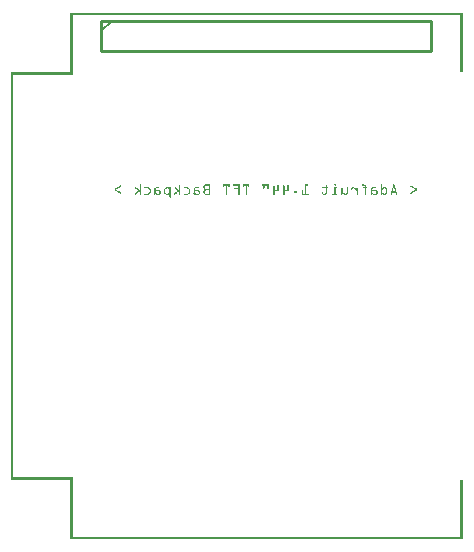
<source format=gbo>
G04 MADE WITH FRITZING*
G04 WWW.FRITZING.ORG*
G04 DOUBLE SIDED*
G04 HOLES PLATED*
G04 CONTOUR ON CENTER OF CONTOUR VECTOR*
%ASAXBY*%
%FSLAX23Y23*%
%MOIN*%
%OFA0B0*%
%SFA1.0B1.0*%
%ADD10C,0.010000*%
%ADD11C,0.005000*%
%ADD12R,0.001000X0.001000*%
%LNSILK0*%
G90*
G70*
G54D10*
X300Y1725D02*
X1400Y1725D01*
D02*
X1400Y1725D02*
X1400Y1625D01*
D02*
X1400Y1625D02*
X300Y1625D01*
D02*
X300Y1625D02*
X300Y1725D01*
G54D11*
D02*
X335Y1725D02*
X300Y1690D01*
G54D12*
X195Y1750D02*
X1504Y1750D01*
X195Y1749D02*
X1504Y1749D01*
X195Y1748D02*
X1504Y1748D01*
X195Y1747D02*
X1504Y1747D01*
X195Y1746D02*
X1504Y1746D01*
X195Y1745D02*
X204Y1745D01*
X1495Y1745D02*
X1504Y1745D01*
X195Y1744D02*
X204Y1744D01*
X1495Y1744D02*
X1504Y1744D01*
X195Y1743D02*
X204Y1743D01*
X1495Y1743D02*
X1504Y1743D01*
X195Y1742D02*
X204Y1742D01*
X1495Y1742D02*
X1504Y1742D01*
X195Y1741D02*
X204Y1741D01*
X1495Y1741D02*
X1504Y1741D01*
X195Y1740D02*
X204Y1740D01*
X1495Y1740D02*
X1504Y1740D01*
X195Y1739D02*
X204Y1739D01*
X1495Y1739D02*
X1504Y1739D01*
X195Y1738D02*
X204Y1738D01*
X1495Y1738D02*
X1504Y1738D01*
X195Y1737D02*
X204Y1737D01*
X1495Y1737D02*
X1504Y1737D01*
X195Y1736D02*
X204Y1736D01*
X1495Y1736D02*
X1504Y1736D01*
X195Y1735D02*
X204Y1735D01*
X1495Y1735D02*
X1504Y1735D01*
X195Y1734D02*
X204Y1734D01*
X1495Y1734D02*
X1504Y1734D01*
X195Y1733D02*
X204Y1733D01*
X1495Y1733D02*
X1504Y1733D01*
X195Y1732D02*
X204Y1732D01*
X1495Y1732D02*
X1504Y1732D01*
X195Y1731D02*
X204Y1731D01*
X1495Y1731D02*
X1504Y1731D01*
X195Y1730D02*
X204Y1730D01*
X1495Y1730D02*
X1504Y1730D01*
X195Y1729D02*
X204Y1729D01*
X1495Y1729D02*
X1504Y1729D01*
X195Y1728D02*
X204Y1728D01*
X1495Y1728D02*
X1504Y1728D01*
X195Y1727D02*
X204Y1727D01*
X1495Y1727D02*
X1504Y1727D01*
X195Y1726D02*
X204Y1726D01*
X1495Y1726D02*
X1504Y1726D01*
X195Y1725D02*
X204Y1725D01*
X1495Y1725D02*
X1504Y1725D01*
X195Y1724D02*
X204Y1724D01*
X1495Y1724D02*
X1504Y1724D01*
X195Y1723D02*
X204Y1723D01*
X1495Y1723D02*
X1504Y1723D01*
X195Y1722D02*
X204Y1722D01*
X1495Y1722D02*
X1504Y1722D01*
X195Y1721D02*
X204Y1721D01*
X1495Y1721D02*
X1504Y1721D01*
X195Y1720D02*
X204Y1720D01*
X1495Y1720D02*
X1504Y1720D01*
X195Y1719D02*
X204Y1719D01*
X1495Y1719D02*
X1504Y1719D01*
X195Y1718D02*
X204Y1718D01*
X1495Y1718D02*
X1504Y1718D01*
X195Y1717D02*
X204Y1717D01*
X1495Y1717D02*
X1504Y1717D01*
X195Y1716D02*
X204Y1716D01*
X1495Y1716D02*
X1504Y1716D01*
X195Y1715D02*
X204Y1715D01*
X1495Y1715D02*
X1504Y1715D01*
X195Y1714D02*
X204Y1714D01*
X1495Y1714D02*
X1504Y1714D01*
X195Y1713D02*
X204Y1713D01*
X1495Y1713D02*
X1504Y1713D01*
X195Y1712D02*
X204Y1712D01*
X1495Y1712D02*
X1504Y1712D01*
X195Y1711D02*
X204Y1711D01*
X1495Y1711D02*
X1504Y1711D01*
X195Y1710D02*
X204Y1710D01*
X1495Y1710D02*
X1504Y1710D01*
X195Y1709D02*
X204Y1709D01*
X1495Y1709D02*
X1504Y1709D01*
X195Y1708D02*
X204Y1708D01*
X1495Y1708D02*
X1504Y1708D01*
X195Y1707D02*
X204Y1707D01*
X1495Y1707D02*
X1504Y1707D01*
X195Y1706D02*
X204Y1706D01*
X1495Y1706D02*
X1504Y1706D01*
X195Y1705D02*
X204Y1705D01*
X1495Y1705D02*
X1504Y1705D01*
X195Y1704D02*
X204Y1704D01*
X1495Y1704D02*
X1504Y1704D01*
X195Y1703D02*
X204Y1703D01*
X1495Y1703D02*
X1504Y1703D01*
X195Y1702D02*
X204Y1702D01*
X1495Y1702D02*
X1504Y1702D01*
X195Y1701D02*
X204Y1701D01*
X1495Y1701D02*
X1504Y1701D01*
X195Y1700D02*
X204Y1700D01*
X1495Y1700D02*
X1504Y1700D01*
X195Y1699D02*
X204Y1699D01*
X1495Y1699D02*
X1504Y1699D01*
X195Y1698D02*
X204Y1698D01*
X1495Y1698D02*
X1504Y1698D01*
X195Y1697D02*
X204Y1697D01*
X1495Y1697D02*
X1504Y1697D01*
X195Y1696D02*
X204Y1696D01*
X1495Y1696D02*
X1504Y1696D01*
X195Y1695D02*
X204Y1695D01*
X1495Y1695D02*
X1504Y1695D01*
X195Y1694D02*
X204Y1694D01*
X1495Y1694D02*
X1504Y1694D01*
X195Y1693D02*
X204Y1693D01*
X1495Y1693D02*
X1504Y1693D01*
X195Y1692D02*
X204Y1692D01*
X1495Y1692D02*
X1504Y1692D01*
X195Y1691D02*
X204Y1691D01*
X1495Y1691D02*
X1504Y1691D01*
X195Y1690D02*
X204Y1690D01*
X1495Y1690D02*
X1504Y1690D01*
X195Y1689D02*
X204Y1689D01*
X1495Y1689D02*
X1504Y1689D01*
X195Y1688D02*
X204Y1688D01*
X1495Y1688D02*
X1504Y1688D01*
X195Y1687D02*
X204Y1687D01*
X1495Y1687D02*
X1504Y1687D01*
X195Y1686D02*
X204Y1686D01*
X1495Y1686D02*
X1504Y1686D01*
X195Y1685D02*
X204Y1685D01*
X1495Y1685D02*
X1504Y1685D01*
X195Y1684D02*
X204Y1684D01*
X1495Y1684D02*
X1504Y1684D01*
X195Y1683D02*
X204Y1683D01*
X1495Y1683D02*
X1504Y1683D01*
X195Y1682D02*
X204Y1682D01*
X1495Y1682D02*
X1504Y1682D01*
X195Y1681D02*
X204Y1681D01*
X1495Y1681D02*
X1504Y1681D01*
X195Y1680D02*
X204Y1680D01*
X1495Y1680D02*
X1504Y1680D01*
X195Y1679D02*
X204Y1679D01*
X1495Y1679D02*
X1504Y1679D01*
X195Y1678D02*
X204Y1678D01*
X1495Y1678D02*
X1504Y1678D01*
X195Y1677D02*
X204Y1677D01*
X1495Y1677D02*
X1504Y1677D01*
X195Y1676D02*
X204Y1676D01*
X1495Y1676D02*
X1504Y1676D01*
X195Y1675D02*
X204Y1675D01*
X1495Y1675D02*
X1504Y1675D01*
X195Y1674D02*
X204Y1674D01*
X1495Y1674D02*
X1504Y1674D01*
X195Y1673D02*
X204Y1673D01*
X1495Y1673D02*
X1504Y1673D01*
X195Y1672D02*
X204Y1672D01*
X1495Y1672D02*
X1504Y1672D01*
X195Y1671D02*
X204Y1671D01*
X1495Y1671D02*
X1504Y1671D01*
X195Y1670D02*
X204Y1670D01*
X1495Y1670D02*
X1504Y1670D01*
X195Y1669D02*
X204Y1669D01*
X1495Y1669D02*
X1504Y1669D01*
X195Y1668D02*
X204Y1668D01*
X1495Y1668D02*
X1504Y1668D01*
X195Y1667D02*
X204Y1667D01*
X1495Y1667D02*
X1504Y1667D01*
X195Y1666D02*
X204Y1666D01*
X1495Y1666D02*
X1504Y1666D01*
X195Y1665D02*
X204Y1665D01*
X1495Y1665D02*
X1504Y1665D01*
X195Y1664D02*
X204Y1664D01*
X1495Y1664D02*
X1504Y1664D01*
X195Y1663D02*
X204Y1663D01*
X1495Y1663D02*
X1504Y1663D01*
X195Y1662D02*
X204Y1662D01*
X1495Y1662D02*
X1504Y1662D01*
X195Y1661D02*
X204Y1661D01*
X1495Y1661D02*
X1504Y1661D01*
X195Y1660D02*
X204Y1660D01*
X1495Y1660D02*
X1504Y1660D01*
X195Y1659D02*
X204Y1659D01*
X1495Y1659D02*
X1504Y1659D01*
X195Y1658D02*
X204Y1658D01*
X1495Y1658D02*
X1504Y1658D01*
X195Y1657D02*
X204Y1657D01*
X1495Y1657D02*
X1504Y1657D01*
X195Y1656D02*
X204Y1656D01*
X1495Y1656D02*
X1504Y1656D01*
X195Y1655D02*
X204Y1655D01*
X1495Y1655D02*
X1504Y1655D01*
X195Y1654D02*
X204Y1654D01*
X1495Y1654D02*
X1504Y1654D01*
X195Y1653D02*
X204Y1653D01*
X1495Y1653D02*
X1504Y1653D01*
X195Y1652D02*
X204Y1652D01*
X1495Y1652D02*
X1504Y1652D01*
X195Y1651D02*
X204Y1651D01*
X1495Y1651D02*
X1504Y1651D01*
X195Y1650D02*
X204Y1650D01*
X1495Y1650D02*
X1504Y1650D01*
X195Y1649D02*
X204Y1649D01*
X1495Y1649D02*
X1504Y1649D01*
X195Y1648D02*
X204Y1648D01*
X1495Y1648D02*
X1504Y1648D01*
X195Y1647D02*
X204Y1647D01*
X1495Y1647D02*
X1504Y1647D01*
X195Y1646D02*
X204Y1646D01*
X1495Y1646D02*
X1504Y1646D01*
X195Y1645D02*
X204Y1645D01*
X1495Y1645D02*
X1504Y1645D01*
X195Y1644D02*
X204Y1644D01*
X1495Y1644D02*
X1504Y1644D01*
X195Y1643D02*
X204Y1643D01*
X1495Y1643D02*
X1504Y1643D01*
X195Y1642D02*
X204Y1642D01*
X1495Y1642D02*
X1504Y1642D01*
X195Y1641D02*
X204Y1641D01*
X1495Y1641D02*
X1504Y1641D01*
X195Y1640D02*
X204Y1640D01*
X1495Y1640D02*
X1504Y1640D01*
X195Y1639D02*
X204Y1639D01*
X1495Y1639D02*
X1504Y1639D01*
X195Y1638D02*
X204Y1638D01*
X1495Y1638D02*
X1504Y1638D01*
X195Y1637D02*
X204Y1637D01*
X1495Y1637D02*
X1504Y1637D01*
X195Y1636D02*
X204Y1636D01*
X1495Y1636D02*
X1504Y1636D01*
X195Y1635D02*
X204Y1635D01*
X1495Y1635D02*
X1504Y1635D01*
X195Y1634D02*
X204Y1634D01*
X1495Y1634D02*
X1504Y1634D01*
X195Y1633D02*
X204Y1633D01*
X1495Y1633D02*
X1504Y1633D01*
X195Y1632D02*
X204Y1632D01*
X1495Y1632D02*
X1504Y1632D01*
X195Y1631D02*
X204Y1631D01*
X1495Y1631D02*
X1504Y1631D01*
X195Y1630D02*
X204Y1630D01*
X1495Y1630D02*
X1504Y1630D01*
X195Y1629D02*
X204Y1629D01*
X1495Y1629D02*
X1504Y1629D01*
X195Y1628D02*
X204Y1628D01*
X1495Y1628D02*
X1504Y1628D01*
X195Y1627D02*
X204Y1627D01*
X1495Y1627D02*
X1504Y1627D01*
X195Y1626D02*
X204Y1626D01*
X1495Y1626D02*
X1504Y1626D01*
X195Y1625D02*
X204Y1625D01*
X1495Y1625D02*
X1504Y1625D01*
X195Y1624D02*
X204Y1624D01*
X1495Y1624D02*
X1504Y1624D01*
X195Y1623D02*
X204Y1623D01*
X1495Y1623D02*
X1504Y1623D01*
X195Y1622D02*
X204Y1622D01*
X1495Y1622D02*
X1504Y1622D01*
X195Y1621D02*
X204Y1621D01*
X1495Y1621D02*
X1504Y1621D01*
X195Y1620D02*
X204Y1620D01*
X1495Y1620D02*
X1504Y1620D01*
X195Y1619D02*
X204Y1619D01*
X1495Y1619D02*
X1504Y1619D01*
X195Y1618D02*
X204Y1618D01*
X1495Y1618D02*
X1504Y1618D01*
X195Y1617D02*
X204Y1617D01*
X1495Y1617D02*
X1504Y1617D01*
X195Y1616D02*
X204Y1616D01*
X1495Y1616D02*
X1504Y1616D01*
X195Y1615D02*
X204Y1615D01*
X1495Y1615D02*
X1504Y1615D01*
X195Y1614D02*
X204Y1614D01*
X1495Y1614D02*
X1504Y1614D01*
X195Y1613D02*
X204Y1613D01*
X1495Y1613D02*
X1504Y1613D01*
X195Y1612D02*
X204Y1612D01*
X1495Y1612D02*
X1504Y1612D01*
X195Y1611D02*
X204Y1611D01*
X1495Y1611D02*
X1504Y1611D01*
X195Y1610D02*
X204Y1610D01*
X1495Y1610D02*
X1504Y1610D01*
X195Y1609D02*
X204Y1609D01*
X1495Y1609D02*
X1504Y1609D01*
X195Y1608D02*
X204Y1608D01*
X1495Y1608D02*
X1504Y1608D01*
X195Y1607D02*
X204Y1607D01*
X1495Y1607D02*
X1504Y1607D01*
X195Y1606D02*
X204Y1606D01*
X1495Y1606D02*
X1504Y1606D01*
X195Y1605D02*
X204Y1605D01*
X1495Y1605D02*
X1504Y1605D01*
X195Y1604D02*
X204Y1604D01*
X1495Y1604D02*
X1504Y1604D01*
X195Y1603D02*
X204Y1603D01*
X1495Y1603D02*
X1504Y1603D01*
X195Y1602D02*
X204Y1602D01*
X1495Y1602D02*
X1504Y1602D01*
X195Y1601D02*
X204Y1601D01*
X1495Y1601D02*
X1504Y1601D01*
X195Y1600D02*
X204Y1600D01*
X1495Y1600D02*
X1504Y1600D01*
X195Y1599D02*
X204Y1599D01*
X1495Y1599D02*
X1504Y1599D01*
X195Y1598D02*
X204Y1598D01*
X1495Y1598D02*
X1504Y1598D01*
X195Y1597D02*
X204Y1597D01*
X1495Y1597D02*
X1504Y1597D01*
X195Y1596D02*
X204Y1596D01*
X1495Y1596D02*
X1504Y1596D01*
X195Y1595D02*
X204Y1595D01*
X1495Y1595D02*
X1504Y1595D01*
X195Y1594D02*
X204Y1594D01*
X1495Y1594D02*
X1504Y1594D01*
X195Y1593D02*
X204Y1593D01*
X1495Y1593D02*
X1504Y1593D01*
X195Y1592D02*
X204Y1592D01*
X1495Y1592D02*
X1504Y1592D01*
X195Y1591D02*
X204Y1591D01*
X1495Y1591D02*
X1504Y1591D01*
X195Y1590D02*
X204Y1590D01*
X1495Y1590D02*
X1504Y1590D01*
X195Y1589D02*
X204Y1589D01*
X1495Y1589D02*
X1504Y1589D01*
X195Y1588D02*
X204Y1588D01*
X1495Y1588D02*
X1504Y1588D01*
X195Y1587D02*
X204Y1587D01*
X1495Y1587D02*
X1504Y1587D01*
X195Y1586D02*
X204Y1586D01*
X1495Y1586D02*
X1504Y1586D01*
X195Y1585D02*
X204Y1585D01*
X1495Y1585D02*
X1504Y1585D01*
X195Y1584D02*
X204Y1584D01*
X1495Y1584D02*
X1504Y1584D01*
X195Y1583D02*
X204Y1583D01*
X1495Y1583D02*
X1504Y1583D01*
X195Y1582D02*
X204Y1582D01*
X1495Y1582D02*
X1504Y1582D01*
X195Y1581D02*
X204Y1581D01*
X1495Y1581D02*
X1504Y1581D01*
X195Y1580D02*
X204Y1580D01*
X1495Y1580D02*
X1504Y1580D01*
X195Y1579D02*
X204Y1579D01*
X1495Y1579D02*
X1504Y1579D01*
X195Y1578D02*
X204Y1578D01*
X1495Y1578D02*
X1504Y1578D01*
X195Y1577D02*
X204Y1577D01*
X1495Y1577D02*
X1504Y1577D01*
X195Y1576D02*
X204Y1576D01*
X1495Y1576D02*
X1504Y1576D01*
X195Y1575D02*
X204Y1575D01*
X1495Y1575D02*
X1504Y1575D01*
X195Y1574D02*
X204Y1574D01*
X1495Y1574D02*
X1504Y1574D01*
X195Y1573D02*
X204Y1573D01*
X1495Y1573D02*
X1504Y1573D01*
X195Y1572D02*
X204Y1572D01*
X1495Y1572D02*
X1504Y1572D01*
X195Y1571D02*
X204Y1571D01*
X1495Y1571D02*
X1504Y1571D01*
X195Y1570D02*
X204Y1570D01*
X1495Y1570D02*
X1504Y1570D01*
X195Y1569D02*
X204Y1569D01*
X1495Y1569D02*
X1504Y1569D01*
X195Y1568D02*
X204Y1568D01*
X1495Y1568D02*
X1504Y1568D01*
X195Y1567D02*
X204Y1567D01*
X1495Y1567D02*
X1504Y1567D01*
X195Y1566D02*
X204Y1566D01*
X1495Y1566D02*
X1504Y1566D01*
X195Y1565D02*
X204Y1565D01*
X1495Y1565D02*
X1504Y1565D01*
X195Y1564D02*
X204Y1564D01*
X1495Y1564D02*
X1504Y1564D01*
X195Y1563D02*
X204Y1563D01*
X1495Y1563D02*
X1504Y1563D01*
X195Y1562D02*
X204Y1562D01*
X1495Y1562D02*
X1504Y1562D01*
X195Y1561D02*
X204Y1561D01*
X1495Y1561D02*
X1504Y1561D01*
X195Y1560D02*
X204Y1560D01*
X1495Y1560D02*
X1504Y1560D01*
X195Y1559D02*
X204Y1559D01*
X1495Y1559D02*
X1504Y1559D01*
X195Y1558D02*
X204Y1558D01*
X1495Y1558D02*
X1504Y1558D01*
X195Y1557D02*
X204Y1557D01*
X1495Y1557D02*
X1504Y1557D01*
X195Y1556D02*
X204Y1556D01*
X1495Y1556D02*
X1504Y1556D01*
X0Y1555D02*
X204Y1555D01*
X0Y1554D02*
X204Y1554D01*
X0Y1553D02*
X204Y1553D01*
X0Y1552D02*
X204Y1552D01*
X0Y1551D02*
X204Y1551D01*
X0Y1550D02*
X204Y1550D01*
X0Y1549D02*
X204Y1549D01*
X0Y1548D02*
X204Y1548D01*
X0Y1547D02*
X204Y1547D01*
X0Y1546D02*
X204Y1546D01*
X0Y1545D02*
X4Y1545D01*
X0Y1544D02*
X4Y1544D01*
X0Y1543D02*
X4Y1543D01*
X0Y1542D02*
X4Y1542D01*
X0Y1541D02*
X4Y1541D01*
X0Y1540D02*
X4Y1540D01*
X0Y1539D02*
X4Y1539D01*
X0Y1538D02*
X4Y1538D01*
X0Y1537D02*
X4Y1537D01*
X0Y1536D02*
X4Y1536D01*
X0Y1535D02*
X4Y1535D01*
X0Y1534D02*
X4Y1534D01*
X0Y1533D02*
X4Y1533D01*
X0Y1532D02*
X4Y1532D01*
X0Y1531D02*
X4Y1531D01*
X0Y1530D02*
X4Y1530D01*
X0Y1529D02*
X4Y1529D01*
X0Y1528D02*
X4Y1528D01*
X0Y1527D02*
X4Y1527D01*
X0Y1526D02*
X4Y1526D01*
X0Y1525D02*
X4Y1525D01*
X0Y1524D02*
X4Y1524D01*
X0Y1523D02*
X4Y1523D01*
X0Y1522D02*
X4Y1522D01*
X0Y1521D02*
X4Y1521D01*
X0Y1520D02*
X4Y1520D01*
X0Y1519D02*
X4Y1519D01*
X0Y1518D02*
X4Y1518D01*
X0Y1517D02*
X4Y1517D01*
X0Y1516D02*
X4Y1516D01*
X0Y1515D02*
X4Y1515D01*
X0Y1514D02*
X4Y1514D01*
X0Y1513D02*
X4Y1513D01*
X0Y1512D02*
X4Y1512D01*
X0Y1511D02*
X4Y1511D01*
X0Y1510D02*
X4Y1510D01*
X0Y1509D02*
X4Y1509D01*
X0Y1508D02*
X4Y1508D01*
X0Y1507D02*
X4Y1507D01*
X0Y1506D02*
X4Y1506D01*
X0Y1505D02*
X4Y1505D01*
X0Y1504D02*
X4Y1504D01*
X0Y1503D02*
X4Y1503D01*
X0Y1502D02*
X4Y1502D01*
X0Y1501D02*
X4Y1501D01*
X0Y1500D02*
X4Y1500D01*
X0Y1499D02*
X4Y1499D01*
X0Y1498D02*
X4Y1498D01*
X0Y1497D02*
X4Y1497D01*
X0Y1496D02*
X4Y1496D01*
X0Y1495D02*
X4Y1495D01*
X0Y1494D02*
X4Y1494D01*
X0Y1493D02*
X4Y1493D01*
X0Y1492D02*
X4Y1492D01*
X0Y1491D02*
X4Y1491D01*
X0Y1490D02*
X4Y1490D01*
X0Y1489D02*
X4Y1489D01*
X0Y1488D02*
X4Y1488D01*
X0Y1487D02*
X4Y1487D01*
X0Y1486D02*
X4Y1486D01*
X0Y1485D02*
X4Y1485D01*
X0Y1484D02*
X4Y1484D01*
X0Y1483D02*
X4Y1483D01*
X0Y1482D02*
X4Y1482D01*
X0Y1481D02*
X4Y1481D01*
X0Y1480D02*
X4Y1480D01*
X0Y1479D02*
X4Y1479D01*
X0Y1478D02*
X4Y1478D01*
X0Y1477D02*
X4Y1477D01*
X0Y1476D02*
X4Y1476D01*
X0Y1475D02*
X4Y1475D01*
X0Y1474D02*
X4Y1474D01*
X0Y1473D02*
X4Y1473D01*
X0Y1472D02*
X4Y1472D01*
X0Y1471D02*
X4Y1471D01*
X0Y1470D02*
X4Y1470D01*
X0Y1469D02*
X4Y1469D01*
X0Y1468D02*
X4Y1468D01*
X0Y1467D02*
X4Y1467D01*
X0Y1466D02*
X4Y1466D01*
X0Y1465D02*
X4Y1465D01*
X0Y1464D02*
X4Y1464D01*
X0Y1463D02*
X4Y1463D01*
X0Y1462D02*
X4Y1462D01*
X0Y1461D02*
X4Y1461D01*
X0Y1460D02*
X4Y1460D01*
X0Y1459D02*
X4Y1459D01*
X0Y1458D02*
X4Y1458D01*
X0Y1457D02*
X4Y1457D01*
X0Y1456D02*
X4Y1456D01*
X0Y1455D02*
X4Y1455D01*
X0Y1454D02*
X4Y1454D01*
X0Y1453D02*
X4Y1453D01*
X0Y1452D02*
X4Y1452D01*
X0Y1451D02*
X4Y1451D01*
X0Y1450D02*
X4Y1450D01*
X0Y1449D02*
X4Y1449D01*
X0Y1448D02*
X4Y1448D01*
X0Y1447D02*
X4Y1447D01*
X0Y1446D02*
X4Y1446D01*
X0Y1445D02*
X4Y1445D01*
X0Y1444D02*
X4Y1444D01*
X0Y1443D02*
X4Y1443D01*
X0Y1442D02*
X4Y1442D01*
X0Y1441D02*
X4Y1441D01*
X0Y1440D02*
X4Y1440D01*
X0Y1439D02*
X4Y1439D01*
X0Y1438D02*
X4Y1438D01*
X0Y1437D02*
X4Y1437D01*
X0Y1436D02*
X4Y1436D01*
X0Y1435D02*
X4Y1435D01*
X0Y1434D02*
X4Y1434D01*
X0Y1433D02*
X4Y1433D01*
X0Y1432D02*
X4Y1432D01*
X0Y1431D02*
X4Y1431D01*
X0Y1430D02*
X4Y1430D01*
X0Y1429D02*
X4Y1429D01*
X0Y1428D02*
X4Y1428D01*
X0Y1427D02*
X4Y1427D01*
X0Y1426D02*
X4Y1426D01*
X0Y1425D02*
X4Y1425D01*
X0Y1424D02*
X4Y1424D01*
X0Y1423D02*
X4Y1423D01*
X0Y1422D02*
X4Y1422D01*
X0Y1421D02*
X4Y1421D01*
X0Y1420D02*
X4Y1420D01*
X0Y1419D02*
X4Y1419D01*
X0Y1418D02*
X4Y1418D01*
X0Y1417D02*
X4Y1417D01*
X0Y1416D02*
X4Y1416D01*
X0Y1415D02*
X4Y1415D01*
X0Y1414D02*
X4Y1414D01*
X0Y1413D02*
X4Y1413D01*
X0Y1412D02*
X4Y1412D01*
X0Y1411D02*
X4Y1411D01*
X0Y1410D02*
X4Y1410D01*
X0Y1409D02*
X4Y1409D01*
X0Y1408D02*
X4Y1408D01*
X0Y1407D02*
X4Y1407D01*
X0Y1406D02*
X4Y1406D01*
X0Y1405D02*
X4Y1405D01*
X0Y1404D02*
X4Y1404D01*
X0Y1403D02*
X4Y1403D01*
X0Y1402D02*
X4Y1402D01*
X0Y1401D02*
X4Y1401D01*
X0Y1400D02*
X4Y1400D01*
X0Y1399D02*
X4Y1399D01*
X0Y1398D02*
X4Y1398D01*
X0Y1397D02*
X4Y1397D01*
X0Y1396D02*
X4Y1396D01*
X0Y1395D02*
X4Y1395D01*
X0Y1394D02*
X4Y1394D01*
X0Y1393D02*
X4Y1393D01*
X0Y1392D02*
X4Y1392D01*
X0Y1391D02*
X4Y1391D01*
X0Y1390D02*
X4Y1390D01*
X0Y1389D02*
X4Y1389D01*
X0Y1388D02*
X4Y1388D01*
X0Y1387D02*
X4Y1387D01*
X0Y1386D02*
X4Y1386D01*
X0Y1385D02*
X4Y1385D01*
X0Y1384D02*
X4Y1384D01*
X0Y1383D02*
X4Y1383D01*
X0Y1382D02*
X4Y1382D01*
X0Y1381D02*
X4Y1381D01*
X0Y1380D02*
X4Y1380D01*
X0Y1379D02*
X4Y1379D01*
X0Y1378D02*
X4Y1378D01*
X0Y1377D02*
X4Y1377D01*
X0Y1376D02*
X4Y1376D01*
X0Y1375D02*
X4Y1375D01*
X0Y1374D02*
X4Y1374D01*
X0Y1373D02*
X4Y1373D01*
X0Y1372D02*
X4Y1372D01*
X0Y1371D02*
X4Y1371D01*
X0Y1370D02*
X4Y1370D01*
X0Y1369D02*
X4Y1369D01*
X0Y1368D02*
X4Y1368D01*
X0Y1367D02*
X4Y1367D01*
X0Y1366D02*
X4Y1366D01*
X0Y1365D02*
X4Y1365D01*
X0Y1364D02*
X4Y1364D01*
X0Y1363D02*
X4Y1363D01*
X0Y1362D02*
X4Y1362D01*
X0Y1361D02*
X4Y1361D01*
X0Y1360D02*
X4Y1360D01*
X0Y1359D02*
X4Y1359D01*
X0Y1358D02*
X4Y1358D01*
X0Y1357D02*
X4Y1357D01*
X0Y1356D02*
X4Y1356D01*
X0Y1355D02*
X4Y1355D01*
X0Y1354D02*
X4Y1354D01*
X0Y1353D02*
X4Y1353D01*
X0Y1352D02*
X4Y1352D01*
X0Y1351D02*
X4Y1351D01*
X0Y1350D02*
X4Y1350D01*
X0Y1349D02*
X4Y1349D01*
X0Y1348D02*
X4Y1348D01*
X0Y1347D02*
X4Y1347D01*
X0Y1346D02*
X4Y1346D01*
X0Y1345D02*
X4Y1345D01*
X0Y1344D02*
X4Y1344D01*
X0Y1343D02*
X4Y1343D01*
X0Y1342D02*
X4Y1342D01*
X0Y1341D02*
X4Y1341D01*
X0Y1340D02*
X4Y1340D01*
X0Y1339D02*
X4Y1339D01*
X0Y1338D02*
X4Y1338D01*
X0Y1337D02*
X4Y1337D01*
X0Y1336D02*
X4Y1336D01*
X0Y1335D02*
X4Y1335D01*
X0Y1334D02*
X4Y1334D01*
X0Y1333D02*
X4Y1333D01*
X0Y1332D02*
X4Y1332D01*
X0Y1331D02*
X4Y1331D01*
X0Y1330D02*
X4Y1330D01*
X0Y1329D02*
X4Y1329D01*
X0Y1328D02*
X4Y1328D01*
X0Y1327D02*
X4Y1327D01*
X0Y1326D02*
X4Y1326D01*
X0Y1325D02*
X4Y1325D01*
X0Y1324D02*
X4Y1324D01*
X0Y1323D02*
X4Y1323D01*
X0Y1322D02*
X4Y1322D01*
X0Y1321D02*
X4Y1321D01*
X0Y1320D02*
X4Y1320D01*
X0Y1319D02*
X4Y1319D01*
X0Y1318D02*
X4Y1318D01*
X0Y1317D02*
X4Y1317D01*
X0Y1316D02*
X4Y1316D01*
X0Y1315D02*
X4Y1315D01*
X0Y1314D02*
X4Y1314D01*
X0Y1313D02*
X4Y1313D01*
X0Y1312D02*
X4Y1312D01*
X0Y1311D02*
X4Y1311D01*
X0Y1310D02*
X4Y1310D01*
X0Y1309D02*
X4Y1309D01*
X0Y1308D02*
X4Y1308D01*
X0Y1307D02*
X4Y1307D01*
X0Y1306D02*
X4Y1306D01*
X0Y1305D02*
X4Y1305D01*
X0Y1304D02*
X4Y1304D01*
X0Y1303D02*
X4Y1303D01*
X0Y1302D02*
X4Y1302D01*
X0Y1301D02*
X4Y1301D01*
X0Y1300D02*
X4Y1300D01*
X0Y1299D02*
X4Y1299D01*
X0Y1298D02*
X4Y1298D01*
X0Y1297D02*
X4Y1297D01*
X0Y1296D02*
X4Y1296D01*
X0Y1295D02*
X4Y1295D01*
X0Y1294D02*
X4Y1294D01*
X0Y1293D02*
X4Y1293D01*
X0Y1292D02*
X4Y1292D01*
X0Y1291D02*
X4Y1291D01*
X0Y1290D02*
X4Y1290D01*
X0Y1289D02*
X4Y1289D01*
X0Y1288D02*
X4Y1288D01*
X0Y1287D02*
X4Y1287D01*
X0Y1286D02*
X4Y1286D01*
X0Y1285D02*
X4Y1285D01*
X0Y1284D02*
X4Y1284D01*
X0Y1283D02*
X4Y1283D01*
X0Y1282D02*
X4Y1282D01*
X0Y1281D02*
X4Y1281D01*
X0Y1280D02*
X4Y1280D01*
X0Y1279D02*
X4Y1279D01*
X0Y1278D02*
X4Y1278D01*
X0Y1277D02*
X4Y1277D01*
X0Y1276D02*
X4Y1276D01*
X0Y1275D02*
X4Y1275D01*
X0Y1274D02*
X4Y1274D01*
X0Y1273D02*
X4Y1273D01*
X0Y1272D02*
X4Y1272D01*
X0Y1271D02*
X4Y1271D01*
X0Y1270D02*
X4Y1270D01*
X0Y1269D02*
X4Y1269D01*
X0Y1268D02*
X4Y1268D01*
X0Y1267D02*
X4Y1267D01*
X0Y1266D02*
X4Y1266D01*
X0Y1265D02*
X4Y1265D01*
X0Y1264D02*
X4Y1264D01*
X0Y1263D02*
X4Y1263D01*
X0Y1262D02*
X4Y1262D01*
X0Y1261D02*
X4Y1261D01*
X0Y1260D02*
X4Y1260D01*
X0Y1259D02*
X4Y1259D01*
X0Y1258D02*
X4Y1258D01*
X0Y1257D02*
X4Y1257D01*
X0Y1256D02*
X4Y1256D01*
X0Y1255D02*
X4Y1255D01*
X0Y1254D02*
X4Y1254D01*
X0Y1253D02*
X4Y1253D01*
X0Y1252D02*
X4Y1252D01*
X0Y1251D02*
X4Y1251D01*
X0Y1250D02*
X4Y1250D01*
X0Y1249D02*
X4Y1249D01*
X0Y1248D02*
X4Y1248D01*
X0Y1247D02*
X4Y1247D01*
X0Y1246D02*
X4Y1246D01*
X0Y1245D02*
X4Y1245D01*
X0Y1244D02*
X4Y1244D01*
X0Y1243D02*
X4Y1243D01*
X0Y1242D02*
X4Y1242D01*
X0Y1241D02*
X4Y1241D01*
X0Y1240D02*
X4Y1240D01*
X0Y1239D02*
X4Y1239D01*
X0Y1238D02*
X4Y1238D01*
X0Y1237D02*
X4Y1237D01*
X0Y1236D02*
X4Y1236D01*
X0Y1235D02*
X4Y1235D01*
X0Y1234D02*
X4Y1234D01*
X0Y1233D02*
X4Y1233D01*
X0Y1232D02*
X4Y1232D01*
X0Y1231D02*
X4Y1231D01*
X0Y1230D02*
X4Y1230D01*
X0Y1229D02*
X4Y1229D01*
X0Y1228D02*
X4Y1228D01*
X0Y1227D02*
X4Y1227D01*
X0Y1226D02*
X4Y1226D01*
X0Y1225D02*
X4Y1225D01*
X0Y1224D02*
X4Y1224D01*
X0Y1223D02*
X4Y1223D01*
X0Y1222D02*
X4Y1222D01*
X0Y1221D02*
X4Y1221D01*
X0Y1220D02*
X4Y1220D01*
X0Y1219D02*
X4Y1219D01*
X0Y1218D02*
X4Y1218D01*
X0Y1217D02*
X4Y1217D01*
X0Y1216D02*
X4Y1216D01*
X0Y1215D02*
X4Y1215D01*
X0Y1214D02*
X4Y1214D01*
X0Y1213D02*
X4Y1213D01*
X0Y1212D02*
X4Y1212D01*
X0Y1211D02*
X4Y1211D01*
X0Y1210D02*
X4Y1210D01*
X0Y1209D02*
X4Y1209D01*
X0Y1208D02*
X4Y1208D01*
X0Y1207D02*
X4Y1207D01*
X0Y1206D02*
X4Y1206D01*
X0Y1205D02*
X4Y1205D01*
X0Y1204D02*
X4Y1204D01*
X0Y1203D02*
X4Y1203D01*
X0Y1202D02*
X4Y1202D01*
X0Y1201D02*
X4Y1201D01*
X0Y1200D02*
X4Y1200D01*
X0Y1199D02*
X4Y1199D01*
X0Y1198D02*
X4Y1198D01*
X0Y1197D02*
X4Y1197D01*
X0Y1196D02*
X4Y1196D01*
X0Y1195D02*
X4Y1195D01*
X0Y1194D02*
X4Y1194D01*
X0Y1193D02*
X4Y1193D01*
X0Y1192D02*
X4Y1192D01*
X0Y1191D02*
X4Y1191D01*
X0Y1190D02*
X4Y1190D01*
X0Y1189D02*
X4Y1189D01*
X0Y1188D02*
X4Y1188D01*
X0Y1187D02*
X4Y1187D01*
X0Y1186D02*
X4Y1186D01*
X0Y1185D02*
X4Y1185D01*
X0Y1184D02*
X4Y1184D01*
X0Y1183D02*
X4Y1183D01*
X0Y1182D02*
X4Y1182D01*
X1078Y1182D02*
X1081Y1182D01*
X0Y1181D02*
X4Y1181D01*
X1077Y1181D02*
X1082Y1181D01*
X0Y1180D02*
X4Y1180D01*
X430Y1180D02*
X431Y1180D01*
X561Y1180D02*
X562Y1180D01*
X647Y1180D02*
X662Y1180D01*
X706Y1180D02*
X727Y1180D01*
X740Y1180D02*
X760Y1180D01*
X772Y1180D02*
X793Y1180D01*
X837Y1180D02*
X859Y1180D01*
X888Y1180D02*
X889Y1180D01*
X921Y1180D02*
X922Y1180D01*
X978Y1180D02*
X989Y1180D01*
X1076Y1180D02*
X1082Y1180D01*
X1169Y1180D02*
X1176Y1180D01*
X1233Y1180D02*
X1234Y1180D01*
X1274Y1180D02*
X1276Y1180D01*
X0Y1179D02*
X4Y1179D01*
X429Y1179D02*
X432Y1179D01*
X560Y1179D02*
X563Y1179D01*
X645Y1179D02*
X662Y1179D01*
X706Y1179D02*
X728Y1179D01*
X739Y1179D02*
X760Y1179D01*
X772Y1179D02*
X793Y1179D01*
X837Y1179D02*
X859Y1179D01*
X887Y1179D02*
X890Y1179D01*
X920Y1179D02*
X923Y1179D01*
X978Y1179D02*
X990Y1179D01*
X1076Y1179D02*
X1082Y1179D01*
X1168Y1179D02*
X1178Y1179D01*
X1232Y1179D02*
X1235Y1179D01*
X1274Y1179D02*
X1277Y1179D01*
X0Y1178D02*
X4Y1178D01*
X428Y1178D02*
X432Y1178D01*
X560Y1178D02*
X563Y1178D01*
X643Y1178D02*
X662Y1178D01*
X706Y1178D02*
X728Y1178D01*
X739Y1178D02*
X760Y1178D01*
X772Y1178D02*
X793Y1178D01*
X837Y1178D02*
X859Y1178D01*
X887Y1178D02*
X891Y1178D01*
X920Y1178D02*
X923Y1178D01*
X978Y1178D02*
X990Y1178D01*
X1049Y1178D02*
X1050Y1178D01*
X1076Y1178D02*
X1082Y1178D01*
X1168Y1178D02*
X1179Y1178D01*
X1231Y1178D02*
X1235Y1178D01*
X1273Y1178D02*
X1277Y1178D01*
X0Y1177D02*
X4Y1177D01*
X428Y1177D02*
X432Y1177D01*
X560Y1177D02*
X563Y1177D01*
X642Y1177D02*
X662Y1177D01*
X706Y1177D02*
X728Y1177D01*
X739Y1177D02*
X760Y1177D01*
X772Y1177D02*
X793Y1177D01*
X837Y1177D02*
X859Y1177D01*
X887Y1177D02*
X891Y1177D01*
X920Y1177D02*
X924Y1177D01*
X978Y1177D02*
X990Y1177D01*
X1048Y1177D02*
X1051Y1177D01*
X1077Y1177D02*
X1082Y1177D01*
X1167Y1177D02*
X1180Y1177D01*
X1231Y1177D02*
X1235Y1177D01*
X1273Y1177D02*
X1277Y1177D01*
X0Y1176D02*
X4Y1176D01*
X364Y1176D02*
X365Y1176D01*
X428Y1176D02*
X432Y1176D01*
X560Y1176D02*
X563Y1176D01*
X642Y1176D02*
X662Y1176D01*
X706Y1176D02*
X728Y1176D01*
X740Y1176D02*
X760Y1176D01*
X772Y1176D02*
X793Y1176D01*
X837Y1176D02*
X859Y1176D01*
X875Y1176D02*
X876Y1176D01*
X887Y1176D02*
X891Y1176D01*
X907Y1176D02*
X909Y1176D01*
X920Y1176D02*
X924Y1176D01*
X978Y1176D02*
X989Y1176D01*
X1048Y1176D02*
X1051Y1176D01*
X1078Y1176D02*
X1081Y1176D01*
X1168Y1176D02*
X1181Y1176D01*
X1231Y1176D02*
X1235Y1176D01*
X1273Y1176D02*
X1278Y1176D01*
X1331Y1176D02*
X1333Y1176D01*
X0Y1175D02*
X4Y1175D01*
X362Y1175D02*
X366Y1175D01*
X428Y1175D02*
X432Y1175D01*
X560Y1175D02*
X563Y1175D01*
X641Y1175D02*
X646Y1175D01*
X658Y1175D02*
X662Y1175D01*
X706Y1175D02*
X710Y1175D01*
X715Y1175D02*
X719Y1175D01*
X724Y1175D02*
X728Y1175D01*
X757Y1175D02*
X760Y1175D01*
X772Y1175D02*
X775Y1175D01*
X781Y1175D02*
X784Y1175D01*
X790Y1175D02*
X793Y1175D01*
X838Y1175D02*
X845Y1175D01*
X851Y1175D02*
X858Y1175D01*
X874Y1175D02*
X877Y1175D01*
X887Y1175D02*
X891Y1175D01*
X907Y1175D02*
X910Y1175D01*
X920Y1175D02*
X924Y1175D01*
X978Y1175D02*
X981Y1175D01*
X1048Y1175D02*
X1051Y1175D01*
X1177Y1175D02*
X1181Y1175D01*
X1231Y1175D02*
X1235Y1175D01*
X1272Y1175D02*
X1278Y1175D01*
X1330Y1175D02*
X1334Y1175D01*
X0Y1174D02*
X4Y1174D01*
X360Y1174D02*
X366Y1174D01*
X428Y1174D02*
X432Y1174D01*
X560Y1174D02*
X563Y1174D01*
X641Y1174D02*
X645Y1174D01*
X658Y1174D02*
X662Y1174D01*
X706Y1174D02*
X709Y1174D01*
X715Y1174D02*
X719Y1174D01*
X724Y1174D02*
X727Y1174D01*
X757Y1174D02*
X760Y1174D01*
X772Y1174D02*
X775Y1174D01*
X781Y1174D02*
X784Y1174D01*
X790Y1174D02*
X793Y1174D01*
X838Y1174D02*
X845Y1174D01*
X852Y1174D02*
X858Y1174D01*
X874Y1174D02*
X877Y1174D01*
X887Y1174D02*
X891Y1174D01*
X906Y1174D02*
X910Y1174D01*
X920Y1174D02*
X924Y1174D01*
X978Y1174D02*
X981Y1174D01*
X1048Y1174D02*
X1051Y1174D01*
X1178Y1174D02*
X1182Y1174D01*
X1231Y1174D02*
X1235Y1174D01*
X1272Y1174D02*
X1278Y1174D01*
X1330Y1174D02*
X1336Y1174D01*
X0Y1173D02*
X4Y1173D01*
X358Y1173D02*
X366Y1173D01*
X428Y1173D02*
X432Y1173D01*
X560Y1173D02*
X563Y1173D01*
X640Y1173D02*
X644Y1173D01*
X658Y1173D02*
X662Y1173D01*
X706Y1173D02*
X709Y1173D01*
X715Y1173D02*
X719Y1173D01*
X724Y1173D02*
X727Y1173D01*
X757Y1173D02*
X760Y1173D01*
X772Y1173D02*
X775Y1173D01*
X781Y1173D02*
X784Y1173D01*
X790Y1173D02*
X793Y1173D01*
X838Y1173D02*
X844Y1173D01*
X852Y1173D02*
X858Y1173D01*
X874Y1173D02*
X877Y1173D01*
X887Y1173D02*
X891Y1173D01*
X906Y1173D02*
X910Y1173D01*
X920Y1173D02*
X924Y1173D01*
X978Y1173D02*
X981Y1173D01*
X1048Y1173D02*
X1051Y1173D01*
X1178Y1173D02*
X1182Y1173D01*
X1231Y1173D02*
X1235Y1173D01*
X1272Y1173D02*
X1278Y1173D01*
X1330Y1173D02*
X1338Y1173D01*
X0Y1172D02*
X4Y1172D01*
X357Y1172D02*
X365Y1172D01*
X428Y1172D02*
X432Y1172D01*
X560Y1172D02*
X563Y1172D01*
X640Y1172D02*
X644Y1172D01*
X658Y1172D02*
X662Y1172D01*
X708Y1172D02*
X708Y1172D01*
X715Y1172D02*
X719Y1172D01*
X726Y1172D02*
X726Y1172D01*
X757Y1172D02*
X760Y1172D01*
X773Y1172D02*
X774Y1172D01*
X781Y1172D02*
X784Y1172D01*
X791Y1172D02*
X792Y1172D01*
X838Y1172D02*
X844Y1172D01*
X852Y1172D02*
X858Y1172D01*
X874Y1172D02*
X877Y1172D01*
X887Y1172D02*
X891Y1172D01*
X906Y1172D02*
X910Y1172D01*
X920Y1172D02*
X924Y1172D01*
X978Y1172D02*
X981Y1172D01*
X1048Y1172D02*
X1051Y1172D01*
X1178Y1172D02*
X1182Y1172D01*
X1231Y1172D02*
X1235Y1172D01*
X1271Y1172D02*
X1279Y1172D01*
X1331Y1172D02*
X1339Y1172D01*
X0Y1171D02*
X4Y1171D01*
X355Y1171D02*
X363Y1171D01*
X428Y1171D02*
X432Y1171D01*
X517Y1171D02*
X522Y1171D01*
X528Y1171D02*
X530Y1171D01*
X560Y1171D02*
X563Y1171D01*
X640Y1171D02*
X644Y1171D01*
X658Y1171D02*
X662Y1171D01*
X715Y1171D02*
X719Y1171D01*
X757Y1171D02*
X760Y1171D01*
X781Y1171D02*
X784Y1171D01*
X839Y1171D02*
X844Y1171D01*
X852Y1171D02*
X858Y1171D01*
X874Y1171D02*
X877Y1171D01*
X887Y1171D02*
X891Y1171D01*
X906Y1171D02*
X910Y1171D01*
X920Y1171D02*
X924Y1171D01*
X978Y1171D02*
X981Y1171D01*
X1048Y1171D02*
X1052Y1171D01*
X1178Y1171D02*
X1182Y1171D01*
X1231Y1171D02*
X1235Y1171D01*
X1271Y1171D02*
X1279Y1171D01*
X1333Y1171D02*
X1341Y1171D01*
X0Y1170D02*
X4Y1170D01*
X353Y1170D02*
X361Y1170D01*
X413Y1170D02*
X416Y1170D01*
X428Y1170D02*
X432Y1170D01*
X444Y1170D02*
X457Y1170D01*
X481Y1170D02*
X492Y1170D01*
X515Y1170D02*
X524Y1170D01*
X527Y1170D02*
X530Y1170D01*
X545Y1170D02*
X547Y1170D01*
X560Y1170D02*
X563Y1170D01*
X575Y1170D02*
X588Y1170D01*
X612Y1170D02*
X624Y1170D01*
X640Y1170D02*
X644Y1170D01*
X658Y1170D02*
X662Y1170D01*
X715Y1170D02*
X719Y1170D01*
X757Y1170D02*
X760Y1170D01*
X781Y1170D02*
X784Y1170D01*
X839Y1170D02*
X844Y1170D01*
X852Y1170D02*
X857Y1170D01*
X874Y1170D02*
X877Y1170D01*
X887Y1170D02*
X891Y1170D01*
X906Y1170D02*
X910Y1170D01*
X920Y1170D02*
X924Y1170D01*
X978Y1170D02*
X981Y1170D01*
X1037Y1170D02*
X1055Y1170D01*
X1077Y1170D02*
X1086Y1170D01*
X1101Y1170D02*
X1103Y1170D01*
X1119Y1170D02*
X1121Y1170D01*
X1137Y1170D02*
X1142Y1170D01*
X1172Y1170D02*
X1186Y1170D01*
X1203Y1170D02*
X1215Y1170D01*
X1231Y1170D02*
X1235Y1170D01*
X1239Y1170D02*
X1247Y1170D01*
X1271Y1170D02*
X1279Y1170D01*
X1335Y1170D02*
X1343Y1170D01*
X0Y1169D02*
X4Y1169D01*
X352Y1169D02*
X360Y1169D01*
X413Y1169D02*
X417Y1169D01*
X428Y1169D02*
X432Y1169D01*
X443Y1169D02*
X459Y1169D01*
X479Y1169D02*
X493Y1169D01*
X514Y1169D02*
X525Y1169D01*
X527Y1169D02*
X530Y1169D01*
X544Y1169D02*
X548Y1169D01*
X560Y1169D02*
X563Y1169D01*
X575Y1169D02*
X590Y1169D01*
X610Y1169D02*
X624Y1169D01*
X640Y1169D02*
X644Y1169D01*
X658Y1169D02*
X662Y1169D01*
X715Y1169D02*
X719Y1169D01*
X757Y1169D02*
X760Y1169D01*
X781Y1169D02*
X784Y1169D01*
X839Y1169D02*
X844Y1169D01*
X853Y1169D02*
X857Y1169D01*
X874Y1169D02*
X877Y1169D01*
X887Y1169D02*
X891Y1169D01*
X906Y1169D02*
X910Y1169D01*
X920Y1169D02*
X924Y1169D01*
X978Y1169D02*
X981Y1169D01*
X1037Y1169D02*
X1056Y1169D01*
X1076Y1169D02*
X1086Y1169D01*
X1100Y1169D02*
X1103Y1169D01*
X1118Y1169D02*
X1122Y1169D01*
X1135Y1169D02*
X1145Y1169D01*
X1153Y1169D02*
X1154Y1169D01*
X1172Y1169D02*
X1186Y1169D01*
X1202Y1169D02*
X1216Y1169D01*
X1231Y1169D02*
X1235Y1169D01*
X1238Y1169D02*
X1249Y1169D01*
X1271Y1169D02*
X1280Y1169D01*
X1337Y1169D02*
X1345Y1169D01*
X0Y1168D02*
X4Y1168D01*
X350Y1168D02*
X358Y1168D01*
X413Y1168D02*
X418Y1168D01*
X428Y1168D02*
X432Y1168D01*
X443Y1168D02*
X460Y1168D01*
X478Y1168D02*
X493Y1168D01*
X513Y1168D02*
X530Y1168D01*
X544Y1168D02*
X549Y1168D01*
X560Y1168D02*
X563Y1168D01*
X575Y1168D02*
X591Y1168D01*
X610Y1168D02*
X624Y1168D01*
X640Y1168D02*
X644Y1168D01*
X658Y1168D02*
X662Y1168D01*
X715Y1168D02*
X719Y1168D01*
X744Y1168D02*
X760Y1168D01*
X781Y1168D02*
X784Y1168D01*
X839Y1168D02*
X843Y1168D01*
X853Y1168D02*
X857Y1168D01*
X874Y1168D02*
X877Y1168D01*
X887Y1168D02*
X891Y1168D01*
X906Y1168D02*
X910Y1168D01*
X920Y1168D02*
X924Y1168D01*
X978Y1168D02*
X981Y1168D01*
X1037Y1168D02*
X1056Y1168D01*
X1076Y1168D02*
X1087Y1168D01*
X1100Y1168D02*
X1104Y1168D01*
X1118Y1168D02*
X1122Y1168D01*
X1134Y1168D02*
X1147Y1168D01*
X1151Y1168D02*
X1154Y1168D01*
X1171Y1168D02*
X1186Y1168D01*
X1201Y1168D02*
X1216Y1168D01*
X1231Y1168D02*
X1250Y1168D01*
X1270Y1168D02*
X1274Y1168D01*
X1276Y1168D02*
X1280Y1168D01*
X1338Y1168D02*
X1346Y1168D01*
X0Y1167D02*
X4Y1167D01*
X348Y1167D02*
X356Y1167D01*
X413Y1167D02*
X419Y1167D01*
X428Y1167D02*
X432Y1167D01*
X444Y1167D02*
X461Y1167D01*
X477Y1167D02*
X493Y1167D01*
X512Y1167D02*
X518Y1167D01*
X521Y1167D02*
X530Y1167D01*
X545Y1167D02*
X550Y1167D01*
X560Y1167D02*
X563Y1167D01*
X575Y1167D02*
X592Y1167D01*
X609Y1167D02*
X624Y1167D01*
X641Y1167D02*
X645Y1167D01*
X658Y1167D02*
X662Y1167D01*
X715Y1167D02*
X719Y1167D01*
X743Y1167D02*
X760Y1167D01*
X781Y1167D02*
X784Y1167D01*
X839Y1167D02*
X843Y1167D01*
X853Y1167D02*
X857Y1167D01*
X874Y1167D02*
X877Y1167D01*
X887Y1167D02*
X891Y1167D01*
X906Y1167D02*
X910Y1167D01*
X920Y1167D02*
X924Y1167D01*
X978Y1167D02*
X981Y1167D01*
X1037Y1167D02*
X1055Y1167D01*
X1076Y1167D02*
X1086Y1167D01*
X1100Y1167D02*
X1104Y1167D01*
X1118Y1167D02*
X1122Y1167D01*
X1134Y1167D02*
X1148Y1167D01*
X1151Y1167D02*
X1154Y1167D01*
X1172Y1167D02*
X1186Y1167D01*
X1200Y1167D02*
X1215Y1167D01*
X1231Y1167D02*
X1251Y1167D01*
X1270Y1167D02*
X1274Y1167D01*
X1276Y1167D02*
X1280Y1167D01*
X1340Y1167D02*
X1348Y1167D01*
X0Y1166D02*
X4Y1166D01*
X347Y1166D02*
X355Y1166D01*
X414Y1166D02*
X420Y1166D01*
X428Y1166D02*
X432Y1166D01*
X456Y1166D02*
X462Y1166D01*
X477Y1166D02*
X482Y1166D01*
X511Y1166D02*
X517Y1166D01*
X523Y1166D02*
X530Y1166D01*
X546Y1166D02*
X552Y1166D01*
X560Y1166D02*
X563Y1166D01*
X587Y1166D02*
X593Y1166D01*
X608Y1166D02*
X613Y1166D01*
X641Y1166D02*
X646Y1166D01*
X658Y1166D02*
X662Y1166D01*
X715Y1166D02*
X719Y1166D01*
X743Y1166D02*
X760Y1166D01*
X781Y1166D02*
X784Y1166D01*
X840Y1166D02*
X843Y1166D01*
X853Y1166D02*
X857Y1166D01*
X874Y1166D02*
X877Y1166D01*
X887Y1166D02*
X891Y1166D01*
X906Y1166D02*
X910Y1166D01*
X920Y1166D02*
X924Y1166D01*
X978Y1166D02*
X981Y1166D01*
X1048Y1166D02*
X1052Y1166D01*
X1076Y1166D02*
X1080Y1166D01*
X1100Y1166D02*
X1104Y1166D01*
X1118Y1166D02*
X1122Y1166D01*
X1133Y1166D02*
X1138Y1166D01*
X1143Y1166D02*
X1154Y1166D01*
X1178Y1166D02*
X1182Y1166D01*
X1199Y1166D02*
X1204Y1166D01*
X1231Y1166D02*
X1241Y1166D01*
X1246Y1166D02*
X1252Y1166D01*
X1270Y1166D02*
X1273Y1166D01*
X1277Y1166D02*
X1280Y1166D01*
X1342Y1166D02*
X1350Y1166D01*
X0Y1165D02*
X4Y1165D01*
X345Y1165D02*
X353Y1165D01*
X415Y1165D02*
X421Y1165D01*
X428Y1165D02*
X432Y1165D01*
X457Y1165D02*
X463Y1165D01*
X477Y1165D02*
X481Y1165D01*
X510Y1165D02*
X515Y1165D01*
X524Y1165D02*
X530Y1165D01*
X547Y1165D02*
X553Y1165D01*
X560Y1165D02*
X563Y1165D01*
X589Y1165D02*
X594Y1165D01*
X608Y1165D02*
X612Y1165D01*
X641Y1165D02*
X648Y1165D01*
X658Y1165D02*
X662Y1165D01*
X715Y1165D02*
X719Y1165D01*
X744Y1165D02*
X760Y1165D01*
X781Y1165D02*
X784Y1165D01*
X840Y1165D02*
X843Y1165D01*
X854Y1165D02*
X856Y1165D01*
X874Y1165D02*
X877Y1165D01*
X887Y1165D02*
X891Y1165D01*
X906Y1165D02*
X910Y1165D01*
X920Y1165D02*
X924Y1165D01*
X978Y1165D02*
X981Y1165D01*
X1048Y1165D02*
X1051Y1165D01*
X1076Y1165D02*
X1080Y1165D01*
X1100Y1165D02*
X1104Y1165D01*
X1118Y1165D02*
X1122Y1165D01*
X1133Y1165D02*
X1137Y1165D01*
X1145Y1165D02*
X1154Y1165D01*
X1178Y1165D02*
X1182Y1165D01*
X1199Y1165D02*
X1203Y1165D01*
X1231Y1165D02*
X1239Y1165D01*
X1248Y1165D02*
X1253Y1165D01*
X1269Y1165D02*
X1273Y1165D01*
X1277Y1165D02*
X1281Y1165D01*
X1343Y1165D02*
X1351Y1165D01*
X0Y1164D02*
X4Y1164D01*
X345Y1164D02*
X351Y1164D01*
X417Y1164D02*
X423Y1164D01*
X428Y1164D02*
X432Y1164D01*
X458Y1164D02*
X464Y1164D01*
X477Y1164D02*
X480Y1164D01*
X509Y1164D02*
X514Y1164D01*
X525Y1164D02*
X530Y1164D01*
X548Y1164D02*
X554Y1164D01*
X560Y1164D02*
X563Y1164D01*
X590Y1164D02*
X595Y1164D01*
X608Y1164D02*
X612Y1164D01*
X642Y1164D02*
X662Y1164D01*
X715Y1164D02*
X719Y1164D01*
X757Y1164D02*
X760Y1164D01*
X781Y1164D02*
X784Y1164D01*
X874Y1164D02*
X877Y1164D01*
X887Y1164D02*
X891Y1164D01*
X906Y1164D02*
X910Y1164D01*
X920Y1164D02*
X924Y1164D01*
X978Y1164D02*
X981Y1164D01*
X1048Y1164D02*
X1051Y1164D01*
X1076Y1164D02*
X1080Y1164D01*
X1100Y1164D02*
X1104Y1164D01*
X1118Y1164D02*
X1121Y1164D01*
X1133Y1164D02*
X1136Y1164D01*
X1146Y1164D02*
X1154Y1164D01*
X1178Y1164D02*
X1182Y1164D01*
X1199Y1164D02*
X1203Y1164D01*
X1231Y1164D02*
X1238Y1164D01*
X1249Y1164D02*
X1253Y1164D01*
X1269Y1164D02*
X1273Y1164D01*
X1277Y1164D02*
X1281Y1164D01*
X1345Y1164D02*
X1351Y1164D01*
X0Y1163D02*
X4Y1163D01*
X345Y1163D02*
X349Y1163D01*
X418Y1163D02*
X424Y1163D01*
X428Y1163D02*
X432Y1163D01*
X460Y1163D02*
X464Y1163D01*
X477Y1163D02*
X480Y1163D01*
X509Y1163D02*
X513Y1163D01*
X526Y1163D02*
X530Y1163D01*
X549Y1163D02*
X555Y1163D01*
X560Y1163D02*
X563Y1163D01*
X591Y1163D02*
X596Y1163D01*
X608Y1163D02*
X612Y1163D01*
X643Y1163D02*
X662Y1163D01*
X715Y1163D02*
X719Y1163D01*
X757Y1163D02*
X760Y1163D01*
X781Y1163D02*
X784Y1163D01*
X874Y1163D02*
X877Y1163D01*
X887Y1163D02*
X891Y1163D01*
X906Y1163D02*
X910Y1163D01*
X920Y1163D02*
X924Y1163D01*
X978Y1163D02*
X981Y1163D01*
X1048Y1163D02*
X1051Y1163D01*
X1076Y1163D02*
X1080Y1163D01*
X1100Y1163D02*
X1104Y1163D01*
X1118Y1163D02*
X1121Y1163D01*
X1133Y1163D02*
X1136Y1163D01*
X1147Y1163D02*
X1154Y1163D01*
X1178Y1163D02*
X1182Y1163D01*
X1199Y1163D02*
X1203Y1163D01*
X1231Y1163D02*
X1237Y1163D01*
X1249Y1163D02*
X1253Y1163D01*
X1269Y1163D02*
X1273Y1163D01*
X1278Y1163D02*
X1281Y1163D01*
X1347Y1163D02*
X1352Y1163D01*
X0Y1162D02*
X4Y1162D01*
X345Y1162D02*
X350Y1162D01*
X419Y1162D02*
X425Y1162D01*
X428Y1162D02*
X432Y1162D01*
X461Y1162D02*
X465Y1162D01*
X477Y1162D02*
X480Y1162D01*
X509Y1162D02*
X513Y1162D01*
X526Y1162D02*
X530Y1162D01*
X550Y1162D02*
X556Y1162D01*
X560Y1162D02*
X563Y1162D01*
X592Y1162D02*
X596Y1162D01*
X608Y1162D02*
X612Y1162D01*
X643Y1162D02*
X662Y1162D01*
X715Y1162D02*
X719Y1162D01*
X757Y1162D02*
X760Y1162D01*
X781Y1162D02*
X784Y1162D01*
X874Y1162D02*
X877Y1162D01*
X887Y1162D02*
X891Y1162D01*
X906Y1162D02*
X910Y1162D01*
X920Y1162D02*
X924Y1162D01*
X978Y1162D02*
X981Y1162D01*
X1048Y1162D02*
X1051Y1162D01*
X1076Y1162D02*
X1080Y1162D01*
X1100Y1162D02*
X1104Y1162D01*
X1118Y1162D02*
X1121Y1162D01*
X1133Y1162D02*
X1136Y1162D01*
X1148Y1162D02*
X1154Y1162D01*
X1178Y1162D02*
X1182Y1162D01*
X1199Y1162D02*
X1203Y1162D01*
X1231Y1162D02*
X1236Y1162D01*
X1249Y1162D02*
X1253Y1162D01*
X1268Y1162D02*
X1272Y1162D01*
X1278Y1162D02*
X1282Y1162D01*
X1346Y1162D02*
X1352Y1162D01*
X0Y1161D02*
X4Y1161D01*
X345Y1161D02*
X352Y1161D01*
X420Y1161D02*
X426Y1161D01*
X428Y1161D02*
X432Y1161D01*
X461Y1161D02*
X465Y1161D01*
X476Y1161D02*
X480Y1161D01*
X483Y1161D02*
X492Y1161D01*
X509Y1161D02*
X512Y1161D01*
X527Y1161D02*
X530Y1161D01*
X551Y1161D02*
X557Y1161D01*
X560Y1161D02*
X563Y1161D01*
X592Y1161D02*
X596Y1161D01*
X608Y1161D02*
X612Y1161D01*
X614Y1161D02*
X623Y1161D01*
X642Y1161D02*
X662Y1161D01*
X715Y1161D02*
X719Y1161D01*
X757Y1161D02*
X760Y1161D01*
X781Y1161D02*
X784Y1161D01*
X873Y1161D02*
X891Y1161D01*
X906Y1161D02*
X924Y1161D01*
X978Y1161D02*
X981Y1161D01*
X1048Y1161D02*
X1051Y1161D01*
X1076Y1161D02*
X1080Y1161D01*
X1100Y1161D02*
X1104Y1161D01*
X1118Y1161D02*
X1121Y1161D01*
X1134Y1161D02*
X1136Y1161D01*
X1149Y1161D02*
X1154Y1161D01*
X1178Y1161D02*
X1182Y1161D01*
X1199Y1161D02*
X1203Y1161D01*
X1205Y1161D02*
X1214Y1161D01*
X1231Y1161D02*
X1235Y1161D01*
X1249Y1161D02*
X1253Y1161D01*
X1268Y1161D02*
X1272Y1161D01*
X1278Y1161D02*
X1282Y1161D01*
X1345Y1161D02*
X1351Y1161D01*
X0Y1160D02*
X4Y1160D01*
X345Y1160D02*
X353Y1160D01*
X421Y1160D02*
X432Y1160D01*
X461Y1160D02*
X465Y1160D01*
X476Y1160D02*
X494Y1160D01*
X509Y1160D02*
X512Y1160D01*
X527Y1160D02*
X530Y1160D01*
X553Y1160D02*
X563Y1160D01*
X593Y1160D02*
X596Y1160D01*
X608Y1160D02*
X626Y1160D01*
X641Y1160D02*
X647Y1160D01*
X658Y1160D02*
X662Y1160D01*
X715Y1160D02*
X719Y1160D01*
X757Y1160D02*
X760Y1160D01*
X781Y1160D02*
X784Y1160D01*
X872Y1160D02*
X891Y1160D01*
X905Y1160D02*
X924Y1160D01*
X969Y1160D02*
X972Y1160D01*
X978Y1160D02*
X981Y1160D01*
X1048Y1160D02*
X1051Y1160D01*
X1076Y1160D02*
X1080Y1160D01*
X1100Y1160D02*
X1104Y1160D01*
X1118Y1160D02*
X1121Y1160D01*
X1150Y1160D02*
X1154Y1160D01*
X1178Y1160D02*
X1182Y1160D01*
X1199Y1160D02*
X1217Y1160D01*
X1231Y1160D02*
X1235Y1160D01*
X1249Y1160D02*
X1253Y1160D01*
X1268Y1160D02*
X1272Y1160D01*
X1278Y1160D02*
X1282Y1160D01*
X1343Y1160D02*
X1351Y1160D01*
X0Y1159D02*
X4Y1159D01*
X347Y1159D02*
X355Y1159D01*
X422Y1159D02*
X432Y1159D01*
X461Y1159D02*
X465Y1159D01*
X476Y1159D02*
X496Y1159D01*
X509Y1159D02*
X512Y1159D01*
X527Y1159D02*
X530Y1159D01*
X554Y1159D02*
X563Y1159D01*
X593Y1159D02*
X596Y1159D01*
X608Y1159D02*
X627Y1159D01*
X641Y1159D02*
X645Y1159D01*
X658Y1159D02*
X662Y1159D01*
X715Y1159D02*
X719Y1159D01*
X757Y1159D02*
X760Y1159D01*
X781Y1159D02*
X784Y1159D01*
X871Y1159D02*
X891Y1159D01*
X904Y1159D02*
X924Y1159D01*
X944Y1159D02*
X949Y1159D01*
X969Y1159D02*
X972Y1159D01*
X978Y1159D02*
X981Y1159D01*
X1048Y1159D02*
X1051Y1159D01*
X1076Y1159D02*
X1080Y1159D01*
X1100Y1159D02*
X1104Y1159D01*
X1118Y1159D02*
X1121Y1159D01*
X1151Y1159D02*
X1154Y1159D01*
X1178Y1159D02*
X1182Y1159D01*
X1199Y1159D02*
X1218Y1159D01*
X1231Y1159D02*
X1235Y1159D01*
X1249Y1159D02*
X1253Y1159D01*
X1268Y1159D02*
X1271Y1159D01*
X1279Y1159D02*
X1283Y1159D01*
X1341Y1159D02*
X1349Y1159D01*
X0Y1158D02*
X4Y1158D01*
X349Y1158D02*
X357Y1158D01*
X422Y1158D02*
X432Y1158D01*
X461Y1158D02*
X465Y1158D01*
X476Y1158D02*
X496Y1158D01*
X509Y1158D02*
X512Y1158D01*
X527Y1158D02*
X530Y1158D01*
X553Y1158D02*
X563Y1158D01*
X593Y1158D02*
X596Y1158D01*
X608Y1158D02*
X628Y1158D01*
X641Y1158D02*
X645Y1158D01*
X658Y1158D02*
X662Y1158D01*
X715Y1158D02*
X719Y1158D01*
X757Y1158D02*
X760Y1158D01*
X781Y1158D02*
X784Y1158D01*
X871Y1158D02*
X891Y1158D01*
X904Y1158D02*
X924Y1158D01*
X943Y1158D02*
X950Y1158D01*
X969Y1158D02*
X972Y1158D01*
X978Y1158D02*
X981Y1158D01*
X1048Y1158D02*
X1051Y1158D01*
X1076Y1158D02*
X1080Y1158D01*
X1100Y1158D02*
X1104Y1158D01*
X1118Y1158D02*
X1121Y1158D01*
X1151Y1158D02*
X1154Y1158D01*
X1178Y1158D02*
X1182Y1158D01*
X1199Y1158D02*
X1219Y1158D01*
X1231Y1158D02*
X1235Y1158D01*
X1249Y1158D02*
X1253Y1158D01*
X1267Y1158D02*
X1271Y1158D01*
X1279Y1158D02*
X1283Y1158D01*
X1340Y1158D02*
X1348Y1158D01*
X0Y1157D02*
X4Y1157D01*
X350Y1157D02*
X358Y1157D01*
X421Y1157D02*
X432Y1157D01*
X461Y1157D02*
X465Y1157D01*
X476Y1157D02*
X497Y1157D01*
X509Y1157D02*
X512Y1157D01*
X527Y1157D02*
X530Y1157D01*
X552Y1157D02*
X563Y1157D01*
X593Y1157D02*
X596Y1157D01*
X608Y1157D02*
X628Y1157D01*
X640Y1157D02*
X644Y1157D01*
X658Y1157D02*
X662Y1157D01*
X715Y1157D02*
X719Y1157D01*
X757Y1157D02*
X760Y1157D01*
X781Y1157D02*
X784Y1157D01*
X872Y1157D02*
X891Y1157D01*
X905Y1157D02*
X924Y1157D01*
X943Y1157D02*
X951Y1157D01*
X969Y1157D02*
X972Y1157D01*
X978Y1157D02*
X981Y1157D01*
X1048Y1157D02*
X1051Y1157D01*
X1076Y1157D02*
X1080Y1157D01*
X1100Y1157D02*
X1104Y1157D01*
X1118Y1157D02*
X1121Y1157D01*
X1151Y1157D02*
X1154Y1157D01*
X1178Y1157D02*
X1182Y1157D01*
X1199Y1157D02*
X1220Y1157D01*
X1231Y1157D02*
X1235Y1157D01*
X1249Y1157D02*
X1253Y1157D01*
X1267Y1157D02*
X1283Y1157D01*
X1338Y1157D02*
X1346Y1157D01*
X0Y1156D02*
X4Y1156D01*
X352Y1156D02*
X360Y1156D01*
X419Y1156D02*
X432Y1156D01*
X461Y1156D02*
X465Y1156D01*
X476Y1156D02*
X481Y1156D01*
X493Y1156D02*
X497Y1156D01*
X509Y1156D02*
X512Y1156D01*
X527Y1156D02*
X530Y1156D01*
X551Y1156D02*
X563Y1156D01*
X593Y1156D02*
X596Y1156D01*
X608Y1156D02*
X612Y1156D01*
X624Y1156D02*
X629Y1156D01*
X640Y1156D02*
X644Y1156D01*
X658Y1156D02*
X662Y1156D01*
X715Y1156D02*
X719Y1156D01*
X757Y1156D02*
X760Y1156D01*
X781Y1156D02*
X784Y1156D01*
X874Y1156D02*
X877Y1156D01*
X906Y1156D02*
X910Y1156D01*
X943Y1156D02*
X951Y1156D01*
X969Y1156D02*
X972Y1156D01*
X978Y1156D02*
X981Y1156D01*
X1048Y1156D02*
X1051Y1156D01*
X1076Y1156D02*
X1080Y1156D01*
X1100Y1156D02*
X1104Y1156D01*
X1118Y1156D02*
X1121Y1156D01*
X1151Y1156D02*
X1154Y1156D01*
X1178Y1156D02*
X1182Y1156D01*
X1199Y1156D02*
X1203Y1156D01*
X1216Y1156D02*
X1220Y1156D01*
X1231Y1156D02*
X1235Y1156D01*
X1249Y1156D02*
X1253Y1156D01*
X1267Y1156D02*
X1283Y1156D01*
X1336Y1156D02*
X1344Y1156D01*
X0Y1155D02*
X4Y1155D01*
X354Y1155D02*
X362Y1155D01*
X418Y1155D02*
X424Y1155D01*
X427Y1155D02*
X432Y1155D01*
X461Y1155D02*
X465Y1155D01*
X476Y1155D02*
X480Y1155D01*
X494Y1155D02*
X498Y1155D01*
X509Y1155D02*
X512Y1155D01*
X527Y1155D02*
X530Y1155D01*
X550Y1155D02*
X556Y1155D01*
X558Y1155D02*
X563Y1155D01*
X593Y1155D02*
X596Y1155D01*
X608Y1155D02*
X611Y1155D01*
X625Y1155D02*
X629Y1155D01*
X640Y1155D02*
X644Y1155D01*
X658Y1155D02*
X662Y1155D01*
X715Y1155D02*
X719Y1155D01*
X757Y1155D02*
X760Y1155D01*
X781Y1155D02*
X784Y1155D01*
X874Y1155D02*
X877Y1155D01*
X906Y1155D02*
X910Y1155D01*
X943Y1155D02*
X951Y1155D01*
X969Y1155D02*
X972Y1155D01*
X978Y1155D02*
X981Y1155D01*
X1048Y1155D02*
X1051Y1155D01*
X1076Y1155D02*
X1080Y1155D01*
X1100Y1155D02*
X1104Y1155D01*
X1118Y1155D02*
X1121Y1155D01*
X1151Y1155D02*
X1154Y1155D01*
X1178Y1155D02*
X1182Y1155D01*
X1199Y1155D02*
X1203Y1155D01*
X1216Y1155D02*
X1220Y1155D01*
X1231Y1155D02*
X1235Y1155D01*
X1249Y1155D02*
X1253Y1155D01*
X1266Y1155D02*
X1284Y1155D01*
X1334Y1155D02*
X1343Y1155D01*
X0Y1154D02*
X4Y1154D01*
X355Y1154D02*
X364Y1154D01*
X417Y1154D02*
X423Y1154D01*
X428Y1154D02*
X432Y1154D01*
X461Y1154D02*
X465Y1154D01*
X476Y1154D02*
X480Y1154D01*
X494Y1154D02*
X498Y1154D01*
X509Y1154D02*
X512Y1154D01*
X527Y1154D02*
X530Y1154D01*
X548Y1154D02*
X555Y1154D01*
X559Y1154D02*
X563Y1154D01*
X592Y1154D02*
X596Y1154D01*
X608Y1154D02*
X611Y1154D01*
X625Y1154D02*
X629Y1154D01*
X640Y1154D02*
X644Y1154D01*
X658Y1154D02*
X662Y1154D01*
X715Y1154D02*
X719Y1154D01*
X757Y1154D02*
X760Y1154D01*
X781Y1154D02*
X784Y1154D01*
X874Y1154D02*
X877Y1154D01*
X906Y1154D02*
X910Y1154D01*
X943Y1154D02*
X951Y1154D01*
X969Y1154D02*
X972Y1154D01*
X978Y1154D02*
X981Y1154D01*
X1048Y1154D02*
X1051Y1154D01*
X1076Y1154D02*
X1080Y1154D01*
X1100Y1154D02*
X1104Y1154D01*
X1118Y1154D02*
X1121Y1154D01*
X1151Y1154D02*
X1154Y1154D01*
X1178Y1154D02*
X1182Y1154D01*
X1199Y1154D02*
X1202Y1154D01*
X1217Y1154D02*
X1220Y1154D01*
X1231Y1154D02*
X1235Y1154D01*
X1249Y1154D02*
X1253Y1154D01*
X1266Y1154D02*
X1284Y1154D01*
X1333Y1154D02*
X1341Y1154D01*
X0Y1153D02*
X4Y1153D01*
X357Y1153D02*
X365Y1153D01*
X416Y1153D02*
X422Y1153D01*
X428Y1153D02*
X432Y1153D01*
X460Y1153D02*
X464Y1153D01*
X476Y1153D02*
X480Y1153D01*
X494Y1153D02*
X498Y1153D01*
X509Y1153D02*
X513Y1153D01*
X526Y1153D02*
X530Y1153D01*
X547Y1153D02*
X553Y1153D01*
X560Y1153D02*
X563Y1153D01*
X591Y1153D02*
X596Y1153D01*
X608Y1153D02*
X611Y1153D01*
X625Y1153D02*
X629Y1153D01*
X640Y1153D02*
X644Y1153D01*
X658Y1153D02*
X662Y1153D01*
X715Y1153D02*
X719Y1153D01*
X757Y1153D02*
X760Y1153D01*
X781Y1153D02*
X784Y1153D01*
X874Y1153D02*
X877Y1153D01*
X906Y1153D02*
X910Y1153D01*
X943Y1153D02*
X951Y1153D01*
X969Y1153D02*
X972Y1153D01*
X978Y1153D02*
X981Y1153D01*
X1036Y1153D02*
X1037Y1153D01*
X1048Y1153D02*
X1051Y1153D01*
X1076Y1153D02*
X1080Y1153D01*
X1100Y1153D02*
X1106Y1153D01*
X1118Y1153D02*
X1121Y1153D01*
X1151Y1153D02*
X1154Y1153D01*
X1178Y1153D02*
X1182Y1153D01*
X1199Y1153D02*
X1202Y1153D01*
X1217Y1153D02*
X1220Y1153D01*
X1231Y1153D02*
X1236Y1153D01*
X1249Y1153D02*
X1253Y1153D01*
X1266Y1153D02*
X1284Y1153D01*
X1331Y1153D02*
X1339Y1153D01*
X0Y1152D02*
X4Y1152D01*
X359Y1152D02*
X366Y1152D01*
X415Y1152D02*
X421Y1152D01*
X428Y1152D02*
X432Y1152D01*
X459Y1152D02*
X464Y1152D01*
X476Y1152D02*
X480Y1152D01*
X494Y1152D02*
X498Y1152D01*
X509Y1152D02*
X514Y1152D01*
X525Y1152D02*
X530Y1152D01*
X546Y1152D02*
X552Y1152D01*
X560Y1152D02*
X563Y1152D01*
X590Y1152D02*
X595Y1152D01*
X608Y1152D02*
X612Y1152D01*
X625Y1152D02*
X629Y1152D01*
X640Y1152D02*
X644Y1152D01*
X658Y1152D02*
X662Y1152D01*
X715Y1152D02*
X719Y1152D01*
X757Y1152D02*
X760Y1152D01*
X781Y1152D02*
X784Y1152D01*
X874Y1152D02*
X877Y1152D01*
X906Y1152D02*
X910Y1152D01*
X943Y1152D02*
X950Y1152D01*
X969Y1152D02*
X972Y1152D01*
X978Y1152D02*
X981Y1152D01*
X1035Y1152D02*
X1038Y1152D01*
X1048Y1152D02*
X1051Y1152D01*
X1076Y1152D02*
X1080Y1152D01*
X1100Y1152D02*
X1107Y1152D01*
X1118Y1152D02*
X1121Y1152D01*
X1151Y1152D02*
X1154Y1152D01*
X1178Y1152D02*
X1182Y1152D01*
X1199Y1152D02*
X1203Y1152D01*
X1217Y1152D02*
X1220Y1152D01*
X1231Y1152D02*
X1237Y1152D01*
X1249Y1152D02*
X1253Y1152D01*
X1266Y1152D02*
X1269Y1152D01*
X1281Y1152D02*
X1285Y1152D01*
X1330Y1152D02*
X1337Y1152D01*
X0Y1151D02*
X4Y1151D01*
X361Y1151D02*
X366Y1151D01*
X414Y1151D02*
X420Y1151D01*
X428Y1151D02*
X432Y1151D01*
X458Y1151D02*
X463Y1151D01*
X476Y1151D02*
X482Y1151D01*
X494Y1151D02*
X498Y1151D01*
X510Y1151D02*
X515Y1151D01*
X524Y1151D02*
X530Y1151D01*
X545Y1151D02*
X551Y1151D01*
X560Y1151D02*
X563Y1151D01*
X589Y1151D02*
X595Y1151D01*
X608Y1151D02*
X614Y1151D01*
X625Y1151D02*
X629Y1151D01*
X641Y1151D02*
X645Y1151D01*
X658Y1151D02*
X662Y1151D01*
X715Y1151D02*
X719Y1151D01*
X757Y1151D02*
X760Y1151D01*
X781Y1151D02*
X784Y1151D01*
X874Y1151D02*
X877Y1151D01*
X906Y1151D02*
X910Y1151D01*
X944Y1151D02*
X949Y1151D01*
X969Y1151D02*
X972Y1151D01*
X978Y1151D02*
X981Y1151D01*
X1034Y1151D02*
X1038Y1151D01*
X1048Y1151D02*
X1051Y1151D01*
X1076Y1151D02*
X1080Y1151D01*
X1100Y1151D02*
X1109Y1151D01*
X1117Y1151D02*
X1121Y1151D01*
X1151Y1151D02*
X1154Y1151D01*
X1178Y1151D02*
X1182Y1151D01*
X1199Y1151D02*
X1205Y1151D01*
X1216Y1151D02*
X1220Y1151D01*
X1231Y1151D02*
X1239Y1151D01*
X1248Y1151D02*
X1253Y1151D01*
X1265Y1151D02*
X1269Y1151D01*
X1281Y1151D02*
X1285Y1151D01*
X1330Y1151D02*
X1336Y1151D01*
X0Y1150D02*
X4Y1150D01*
X362Y1150D02*
X366Y1150D01*
X412Y1150D02*
X418Y1150D01*
X428Y1150D02*
X432Y1150D01*
X456Y1150D02*
X463Y1150D01*
X476Y1150D02*
X484Y1150D01*
X493Y1150D02*
X497Y1150D01*
X510Y1150D02*
X516Y1150D01*
X523Y1150D02*
X530Y1150D01*
X544Y1150D02*
X550Y1150D01*
X560Y1150D02*
X563Y1150D01*
X588Y1150D02*
X594Y1150D01*
X607Y1150D02*
X615Y1150D01*
X625Y1150D02*
X629Y1150D01*
X641Y1150D02*
X646Y1150D01*
X658Y1150D02*
X662Y1150D01*
X715Y1150D02*
X719Y1150D01*
X757Y1150D02*
X760Y1150D01*
X781Y1150D02*
X784Y1150D01*
X874Y1150D02*
X877Y1150D01*
X906Y1150D02*
X910Y1150D01*
X969Y1150D02*
X972Y1150D01*
X978Y1150D02*
X981Y1150D01*
X1035Y1150D02*
X1039Y1150D01*
X1047Y1150D02*
X1051Y1150D01*
X1076Y1150D02*
X1080Y1150D01*
X1100Y1150D02*
X1110Y1150D01*
X1117Y1150D02*
X1121Y1150D01*
X1151Y1150D02*
X1154Y1150D01*
X1178Y1150D02*
X1182Y1150D01*
X1199Y1150D02*
X1206Y1150D01*
X1216Y1150D02*
X1220Y1150D01*
X1231Y1150D02*
X1240Y1150D01*
X1247Y1150D02*
X1252Y1150D01*
X1265Y1150D02*
X1269Y1150D01*
X1281Y1150D02*
X1285Y1150D01*
X1330Y1150D02*
X1334Y1150D01*
X0Y1149D02*
X4Y1149D01*
X364Y1149D02*
X365Y1149D01*
X411Y1149D02*
X417Y1149D01*
X428Y1149D02*
X432Y1149D01*
X444Y1149D02*
X461Y1149D01*
X476Y1149D02*
X497Y1149D01*
X511Y1149D02*
X517Y1149D01*
X522Y1149D02*
X530Y1149D01*
X543Y1149D02*
X549Y1149D01*
X560Y1149D02*
X563Y1149D01*
X576Y1149D02*
X593Y1149D01*
X607Y1149D02*
X628Y1149D01*
X642Y1149D02*
X662Y1149D01*
X715Y1149D02*
X719Y1149D01*
X757Y1149D02*
X760Y1149D01*
X781Y1149D02*
X784Y1149D01*
X874Y1149D02*
X877Y1149D01*
X906Y1149D02*
X910Y1149D01*
X969Y1149D02*
X989Y1149D01*
X1035Y1149D02*
X1051Y1149D01*
X1070Y1149D02*
X1086Y1149D01*
X1100Y1149D02*
X1121Y1149D01*
X1151Y1149D02*
X1154Y1149D01*
X1178Y1149D02*
X1182Y1149D01*
X1199Y1149D02*
X1220Y1149D01*
X1231Y1149D02*
X1252Y1149D01*
X1265Y1149D02*
X1268Y1149D01*
X1282Y1149D02*
X1285Y1149D01*
X1331Y1149D02*
X1332Y1149D01*
X0Y1148D02*
X4Y1148D01*
X411Y1148D02*
X416Y1148D01*
X428Y1148D02*
X432Y1148D01*
X443Y1148D02*
X460Y1148D01*
X476Y1148D02*
X497Y1148D01*
X512Y1148D02*
X530Y1148D01*
X542Y1148D02*
X548Y1148D01*
X560Y1148D02*
X563Y1148D01*
X575Y1148D02*
X592Y1148D01*
X607Y1148D02*
X628Y1148D01*
X643Y1148D02*
X662Y1148D01*
X715Y1148D02*
X719Y1148D01*
X757Y1148D02*
X760Y1148D01*
X781Y1148D02*
X784Y1148D01*
X874Y1148D02*
X877Y1148D01*
X906Y1148D02*
X910Y1148D01*
X969Y1148D02*
X990Y1148D01*
X1036Y1148D02*
X1050Y1148D01*
X1070Y1148D02*
X1086Y1148D01*
X1100Y1148D02*
X1104Y1148D01*
X1106Y1148D02*
X1120Y1148D01*
X1151Y1148D02*
X1154Y1148D01*
X1178Y1148D02*
X1182Y1148D01*
X1199Y1148D02*
X1219Y1148D01*
X1231Y1148D02*
X1251Y1148D01*
X1264Y1148D02*
X1268Y1148D01*
X1282Y1148D02*
X1286Y1148D01*
X0Y1147D02*
X4Y1147D01*
X410Y1147D02*
X415Y1147D01*
X428Y1147D02*
X432Y1147D01*
X443Y1147D02*
X459Y1147D01*
X476Y1147D02*
X496Y1147D01*
X514Y1147D02*
X530Y1147D01*
X542Y1147D02*
X546Y1147D01*
X560Y1147D02*
X563Y1147D01*
X575Y1147D02*
X590Y1147D01*
X607Y1147D02*
X627Y1147D01*
X644Y1147D02*
X662Y1147D01*
X715Y1147D02*
X718Y1147D01*
X757Y1147D02*
X760Y1147D01*
X781Y1147D02*
X784Y1147D01*
X874Y1147D02*
X877Y1147D01*
X906Y1147D02*
X910Y1147D01*
X969Y1147D02*
X990Y1147D01*
X1036Y1147D02*
X1049Y1147D01*
X1070Y1147D02*
X1087Y1147D01*
X1100Y1147D02*
X1104Y1147D01*
X1107Y1147D02*
X1119Y1147D01*
X1151Y1147D02*
X1154Y1147D01*
X1178Y1147D02*
X1182Y1147D01*
X1199Y1147D02*
X1218Y1147D01*
X1231Y1147D02*
X1235Y1147D01*
X1237Y1147D02*
X1250Y1147D01*
X1264Y1147D02*
X1268Y1147D01*
X1282Y1147D02*
X1286Y1147D01*
X0Y1146D02*
X4Y1146D01*
X411Y1146D02*
X414Y1146D01*
X429Y1146D02*
X432Y1146D01*
X444Y1146D02*
X458Y1146D01*
X476Y1146D02*
X479Y1146D01*
X483Y1146D02*
X495Y1146D01*
X515Y1146D02*
X525Y1146D01*
X527Y1146D02*
X530Y1146D01*
X542Y1146D02*
X545Y1146D01*
X560Y1146D02*
X563Y1146D01*
X575Y1146D02*
X589Y1146D01*
X608Y1146D02*
X611Y1146D01*
X614Y1146D02*
X626Y1146D01*
X645Y1146D02*
X662Y1146D01*
X715Y1146D02*
X718Y1146D01*
X757Y1146D02*
X760Y1146D01*
X781Y1146D02*
X784Y1146D01*
X874Y1146D02*
X877Y1146D01*
X907Y1146D02*
X910Y1146D01*
X969Y1146D02*
X990Y1146D01*
X1038Y1146D02*
X1048Y1146D01*
X1070Y1146D02*
X1086Y1146D01*
X1100Y1146D02*
X1103Y1146D01*
X1109Y1146D02*
X1118Y1146D01*
X1151Y1146D02*
X1154Y1146D01*
X1179Y1146D02*
X1181Y1146D01*
X1199Y1146D02*
X1202Y1146D01*
X1205Y1146D02*
X1217Y1146D01*
X1232Y1146D02*
X1235Y1146D01*
X1238Y1146D02*
X1248Y1146D01*
X1265Y1146D02*
X1267Y1146D01*
X1283Y1146D02*
X1286Y1146D01*
X0Y1145D02*
X4Y1145D01*
X412Y1145D02*
X412Y1145D01*
X430Y1145D02*
X430Y1145D01*
X445Y1145D02*
X455Y1145D01*
X478Y1145D02*
X478Y1145D01*
X485Y1145D02*
X492Y1145D01*
X516Y1145D02*
X523Y1145D01*
X527Y1145D02*
X530Y1145D01*
X543Y1145D02*
X544Y1145D01*
X562Y1145D02*
X562Y1145D01*
X576Y1145D02*
X587Y1145D01*
X609Y1145D02*
X609Y1145D01*
X616Y1145D02*
X623Y1145D01*
X648Y1145D02*
X662Y1145D01*
X717Y1145D02*
X717Y1145D01*
X759Y1145D02*
X759Y1145D01*
X782Y1145D02*
X782Y1145D01*
X875Y1145D02*
X875Y1145D01*
X908Y1145D02*
X908Y1145D01*
X970Y1145D02*
X989Y1145D01*
X1040Y1145D02*
X1046Y1145D01*
X1071Y1145D02*
X1085Y1145D01*
X1102Y1145D02*
X1102Y1145D01*
X1112Y1145D02*
X1115Y1145D01*
X1153Y1145D02*
X1153Y1145D01*
X1180Y1145D02*
X1180Y1145D01*
X1200Y1145D02*
X1200Y1145D01*
X1207Y1145D02*
X1214Y1145D01*
X1233Y1145D02*
X1233Y1145D01*
X1241Y1145D02*
X1246Y1145D01*
X1266Y1145D02*
X1266Y1145D01*
X1284Y1145D02*
X1284Y1145D01*
X0Y1144D02*
X4Y1144D01*
X519Y1144D02*
X520Y1144D01*
X527Y1144D02*
X530Y1144D01*
X0Y1143D02*
X4Y1143D01*
X527Y1143D02*
X530Y1143D01*
X0Y1142D02*
X4Y1142D01*
X527Y1142D02*
X530Y1142D01*
X0Y1141D02*
X4Y1141D01*
X527Y1141D02*
X530Y1141D01*
X0Y1140D02*
X4Y1140D01*
X527Y1140D02*
X530Y1140D01*
X0Y1139D02*
X4Y1139D01*
X527Y1139D02*
X530Y1139D01*
X0Y1138D02*
X4Y1138D01*
X527Y1138D02*
X530Y1138D01*
X0Y1137D02*
X4Y1137D01*
X527Y1137D02*
X530Y1137D01*
X0Y1136D02*
X4Y1136D01*
X528Y1136D02*
X530Y1136D01*
X0Y1135D02*
X4Y1135D01*
X0Y1134D02*
X4Y1134D01*
X0Y1133D02*
X4Y1133D01*
X0Y1132D02*
X4Y1132D01*
X0Y1131D02*
X4Y1131D01*
X0Y1130D02*
X4Y1130D01*
X0Y1129D02*
X4Y1129D01*
X0Y1128D02*
X4Y1128D01*
X0Y1127D02*
X4Y1127D01*
X0Y1126D02*
X4Y1126D01*
X0Y1125D02*
X4Y1125D01*
X0Y1124D02*
X4Y1124D01*
X0Y1123D02*
X4Y1123D01*
X0Y1122D02*
X4Y1122D01*
X0Y1121D02*
X4Y1121D01*
X0Y1120D02*
X4Y1120D01*
X0Y1119D02*
X4Y1119D01*
X0Y1118D02*
X4Y1118D01*
X0Y1117D02*
X4Y1117D01*
X0Y1116D02*
X4Y1116D01*
X0Y1115D02*
X4Y1115D01*
X0Y1114D02*
X4Y1114D01*
X0Y1113D02*
X4Y1113D01*
X0Y1112D02*
X4Y1112D01*
X0Y1111D02*
X4Y1111D01*
X0Y1110D02*
X4Y1110D01*
X0Y1109D02*
X4Y1109D01*
X0Y1108D02*
X4Y1108D01*
X0Y1107D02*
X4Y1107D01*
X0Y1106D02*
X4Y1106D01*
X0Y1105D02*
X4Y1105D01*
X0Y1104D02*
X4Y1104D01*
X0Y1103D02*
X4Y1103D01*
X0Y1102D02*
X4Y1102D01*
X0Y1101D02*
X4Y1101D01*
X0Y1100D02*
X4Y1100D01*
X0Y1099D02*
X4Y1099D01*
X0Y1098D02*
X4Y1098D01*
X0Y1097D02*
X4Y1097D01*
X0Y1096D02*
X4Y1096D01*
X0Y1095D02*
X4Y1095D01*
X0Y1094D02*
X4Y1094D01*
X0Y1093D02*
X4Y1093D01*
X0Y1092D02*
X4Y1092D01*
X0Y1091D02*
X4Y1091D01*
X0Y1090D02*
X4Y1090D01*
X0Y1089D02*
X4Y1089D01*
X0Y1088D02*
X4Y1088D01*
X0Y1087D02*
X4Y1087D01*
X0Y1086D02*
X4Y1086D01*
X0Y1085D02*
X4Y1085D01*
X0Y1084D02*
X4Y1084D01*
X0Y1083D02*
X4Y1083D01*
X0Y1082D02*
X4Y1082D01*
X0Y1081D02*
X4Y1081D01*
X0Y1080D02*
X4Y1080D01*
X0Y1079D02*
X4Y1079D01*
X0Y1078D02*
X4Y1078D01*
X0Y1077D02*
X4Y1077D01*
X0Y1076D02*
X4Y1076D01*
X0Y1075D02*
X4Y1075D01*
X0Y1074D02*
X4Y1074D01*
X0Y1073D02*
X4Y1073D01*
X0Y1072D02*
X4Y1072D01*
X0Y1071D02*
X4Y1071D01*
X0Y1070D02*
X4Y1070D01*
X0Y1069D02*
X4Y1069D01*
X0Y1068D02*
X4Y1068D01*
X0Y1067D02*
X4Y1067D01*
X0Y1066D02*
X4Y1066D01*
X0Y1065D02*
X4Y1065D01*
X0Y1064D02*
X4Y1064D01*
X0Y1063D02*
X4Y1063D01*
X0Y1062D02*
X4Y1062D01*
X0Y1061D02*
X4Y1061D01*
X0Y1060D02*
X4Y1060D01*
X0Y1059D02*
X4Y1059D01*
X0Y1058D02*
X4Y1058D01*
X0Y1057D02*
X4Y1057D01*
X0Y1056D02*
X4Y1056D01*
X0Y1055D02*
X4Y1055D01*
X0Y1054D02*
X4Y1054D01*
X0Y1053D02*
X4Y1053D01*
X0Y1052D02*
X4Y1052D01*
X0Y1051D02*
X4Y1051D01*
X0Y1050D02*
X4Y1050D01*
X0Y1049D02*
X4Y1049D01*
X0Y1048D02*
X4Y1048D01*
X0Y1047D02*
X4Y1047D01*
X0Y1046D02*
X4Y1046D01*
X0Y1045D02*
X4Y1045D01*
X0Y1044D02*
X4Y1044D01*
X0Y1043D02*
X4Y1043D01*
X0Y1042D02*
X4Y1042D01*
X0Y1041D02*
X4Y1041D01*
X0Y1040D02*
X4Y1040D01*
X0Y1039D02*
X4Y1039D01*
X0Y1038D02*
X4Y1038D01*
X0Y1037D02*
X4Y1037D01*
X0Y1036D02*
X4Y1036D01*
X0Y1035D02*
X4Y1035D01*
X0Y1034D02*
X4Y1034D01*
X0Y1033D02*
X4Y1033D01*
X0Y1032D02*
X4Y1032D01*
X0Y1031D02*
X4Y1031D01*
X0Y1030D02*
X4Y1030D01*
X0Y1029D02*
X4Y1029D01*
X0Y1028D02*
X4Y1028D01*
X0Y1027D02*
X4Y1027D01*
X0Y1026D02*
X4Y1026D01*
X0Y1025D02*
X4Y1025D01*
X0Y1024D02*
X4Y1024D01*
X0Y1023D02*
X4Y1023D01*
X0Y1022D02*
X4Y1022D01*
X0Y1021D02*
X4Y1021D01*
X0Y1020D02*
X4Y1020D01*
X0Y1019D02*
X4Y1019D01*
X0Y1018D02*
X4Y1018D01*
X0Y1017D02*
X4Y1017D01*
X0Y1016D02*
X4Y1016D01*
X0Y1015D02*
X4Y1015D01*
X0Y1014D02*
X4Y1014D01*
X0Y1013D02*
X4Y1013D01*
X0Y1012D02*
X4Y1012D01*
X0Y1011D02*
X4Y1011D01*
X0Y1010D02*
X4Y1010D01*
X0Y1009D02*
X4Y1009D01*
X0Y1008D02*
X4Y1008D01*
X0Y1007D02*
X4Y1007D01*
X0Y1006D02*
X4Y1006D01*
X0Y1005D02*
X4Y1005D01*
X0Y1004D02*
X4Y1004D01*
X0Y1003D02*
X4Y1003D01*
X0Y1002D02*
X4Y1002D01*
X0Y1001D02*
X4Y1001D01*
X0Y1000D02*
X4Y1000D01*
X0Y999D02*
X4Y999D01*
X0Y998D02*
X4Y998D01*
X0Y997D02*
X4Y997D01*
X0Y996D02*
X4Y996D01*
X0Y995D02*
X4Y995D01*
X0Y994D02*
X4Y994D01*
X0Y993D02*
X4Y993D01*
X0Y992D02*
X4Y992D01*
X0Y991D02*
X4Y991D01*
X0Y990D02*
X4Y990D01*
X0Y989D02*
X4Y989D01*
X0Y988D02*
X4Y988D01*
X0Y987D02*
X4Y987D01*
X0Y986D02*
X4Y986D01*
X0Y985D02*
X4Y985D01*
X0Y984D02*
X4Y984D01*
X0Y983D02*
X4Y983D01*
X0Y982D02*
X4Y982D01*
X0Y981D02*
X4Y981D01*
X0Y980D02*
X4Y980D01*
X0Y979D02*
X4Y979D01*
X0Y978D02*
X4Y978D01*
X0Y977D02*
X4Y977D01*
X0Y976D02*
X4Y976D01*
X0Y975D02*
X4Y975D01*
X0Y974D02*
X4Y974D01*
X0Y973D02*
X4Y973D01*
X0Y972D02*
X4Y972D01*
X0Y971D02*
X4Y971D01*
X0Y970D02*
X4Y970D01*
X0Y969D02*
X4Y969D01*
X0Y968D02*
X4Y968D01*
X0Y967D02*
X4Y967D01*
X0Y966D02*
X4Y966D01*
X0Y965D02*
X4Y965D01*
X0Y964D02*
X4Y964D01*
X0Y963D02*
X4Y963D01*
X0Y962D02*
X4Y962D01*
X0Y961D02*
X4Y961D01*
X0Y960D02*
X4Y960D01*
X0Y959D02*
X4Y959D01*
X0Y958D02*
X4Y958D01*
X0Y957D02*
X4Y957D01*
X0Y956D02*
X4Y956D01*
X0Y955D02*
X4Y955D01*
X0Y954D02*
X4Y954D01*
X0Y953D02*
X4Y953D01*
X0Y952D02*
X4Y952D01*
X0Y951D02*
X4Y951D01*
X0Y950D02*
X4Y950D01*
X0Y949D02*
X4Y949D01*
X0Y948D02*
X4Y948D01*
X0Y947D02*
X4Y947D01*
X0Y946D02*
X4Y946D01*
X0Y945D02*
X4Y945D01*
X0Y944D02*
X4Y944D01*
X0Y943D02*
X4Y943D01*
X0Y942D02*
X4Y942D01*
X0Y941D02*
X4Y941D01*
X0Y940D02*
X4Y940D01*
X0Y939D02*
X4Y939D01*
X0Y938D02*
X4Y938D01*
X0Y937D02*
X4Y937D01*
X0Y936D02*
X4Y936D01*
X0Y935D02*
X4Y935D01*
X0Y934D02*
X4Y934D01*
X0Y933D02*
X4Y933D01*
X0Y932D02*
X4Y932D01*
X0Y931D02*
X4Y931D01*
X0Y930D02*
X4Y930D01*
X0Y929D02*
X4Y929D01*
X0Y928D02*
X4Y928D01*
X0Y927D02*
X4Y927D01*
X0Y926D02*
X4Y926D01*
X0Y925D02*
X4Y925D01*
X0Y924D02*
X4Y924D01*
X0Y923D02*
X4Y923D01*
X0Y922D02*
X4Y922D01*
X0Y921D02*
X4Y921D01*
X0Y920D02*
X4Y920D01*
X0Y919D02*
X4Y919D01*
X0Y918D02*
X4Y918D01*
X0Y917D02*
X4Y917D01*
X0Y916D02*
X4Y916D01*
X0Y915D02*
X4Y915D01*
X0Y914D02*
X4Y914D01*
X0Y913D02*
X4Y913D01*
X0Y912D02*
X4Y912D01*
X0Y911D02*
X4Y911D01*
X0Y910D02*
X4Y910D01*
X0Y909D02*
X4Y909D01*
X0Y908D02*
X4Y908D01*
X0Y907D02*
X4Y907D01*
X0Y906D02*
X4Y906D01*
X0Y905D02*
X4Y905D01*
X0Y904D02*
X4Y904D01*
X0Y903D02*
X4Y903D01*
X0Y902D02*
X4Y902D01*
X0Y901D02*
X4Y901D01*
X0Y900D02*
X4Y900D01*
X0Y899D02*
X4Y899D01*
X0Y898D02*
X4Y898D01*
X0Y897D02*
X4Y897D01*
X0Y896D02*
X4Y896D01*
X0Y895D02*
X4Y895D01*
X0Y894D02*
X4Y894D01*
X0Y893D02*
X4Y893D01*
X0Y892D02*
X4Y892D01*
X0Y891D02*
X4Y891D01*
X0Y890D02*
X4Y890D01*
X0Y889D02*
X4Y889D01*
X0Y888D02*
X4Y888D01*
X0Y887D02*
X4Y887D01*
X0Y886D02*
X4Y886D01*
X0Y885D02*
X4Y885D01*
X0Y884D02*
X4Y884D01*
X0Y883D02*
X4Y883D01*
X0Y882D02*
X4Y882D01*
X0Y881D02*
X4Y881D01*
X0Y880D02*
X4Y880D01*
X0Y879D02*
X4Y879D01*
X0Y878D02*
X4Y878D01*
X0Y877D02*
X4Y877D01*
X0Y876D02*
X4Y876D01*
X0Y875D02*
X4Y875D01*
X0Y874D02*
X4Y874D01*
X0Y873D02*
X4Y873D01*
X0Y872D02*
X4Y872D01*
X0Y871D02*
X4Y871D01*
X0Y870D02*
X4Y870D01*
X0Y869D02*
X4Y869D01*
X0Y868D02*
X4Y868D01*
X0Y867D02*
X4Y867D01*
X0Y866D02*
X4Y866D01*
X0Y865D02*
X4Y865D01*
X0Y864D02*
X4Y864D01*
X0Y863D02*
X4Y863D01*
X0Y862D02*
X4Y862D01*
X0Y861D02*
X4Y861D01*
X0Y860D02*
X4Y860D01*
X0Y859D02*
X4Y859D01*
X0Y858D02*
X4Y858D01*
X0Y857D02*
X4Y857D01*
X0Y856D02*
X4Y856D01*
X0Y855D02*
X4Y855D01*
X0Y854D02*
X4Y854D01*
X0Y853D02*
X4Y853D01*
X0Y852D02*
X4Y852D01*
X0Y851D02*
X4Y851D01*
X0Y850D02*
X4Y850D01*
X0Y849D02*
X4Y849D01*
X0Y848D02*
X4Y848D01*
X0Y847D02*
X4Y847D01*
X0Y846D02*
X4Y846D01*
X0Y845D02*
X4Y845D01*
X0Y844D02*
X4Y844D01*
X0Y843D02*
X4Y843D01*
X0Y842D02*
X4Y842D01*
X0Y841D02*
X4Y841D01*
X0Y840D02*
X4Y840D01*
X0Y839D02*
X4Y839D01*
X0Y838D02*
X4Y838D01*
X0Y837D02*
X4Y837D01*
X0Y836D02*
X4Y836D01*
X0Y835D02*
X4Y835D01*
X0Y834D02*
X4Y834D01*
X0Y833D02*
X4Y833D01*
X0Y832D02*
X4Y832D01*
X0Y831D02*
X4Y831D01*
X0Y830D02*
X4Y830D01*
X0Y829D02*
X4Y829D01*
X0Y828D02*
X4Y828D01*
X0Y827D02*
X4Y827D01*
X0Y826D02*
X4Y826D01*
X0Y825D02*
X4Y825D01*
X0Y824D02*
X4Y824D01*
X0Y823D02*
X4Y823D01*
X0Y822D02*
X4Y822D01*
X0Y821D02*
X4Y821D01*
X0Y820D02*
X4Y820D01*
X0Y819D02*
X4Y819D01*
X0Y818D02*
X4Y818D01*
X0Y817D02*
X4Y817D01*
X0Y816D02*
X4Y816D01*
X0Y815D02*
X4Y815D01*
X0Y814D02*
X4Y814D01*
X0Y813D02*
X4Y813D01*
X0Y812D02*
X4Y812D01*
X0Y811D02*
X4Y811D01*
X0Y810D02*
X4Y810D01*
X0Y809D02*
X4Y809D01*
X0Y808D02*
X4Y808D01*
X0Y807D02*
X4Y807D01*
X0Y806D02*
X4Y806D01*
X0Y805D02*
X4Y805D01*
X0Y804D02*
X4Y804D01*
X0Y803D02*
X4Y803D01*
X0Y802D02*
X4Y802D01*
X0Y801D02*
X4Y801D01*
X0Y800D02*
X4Y800D01*
X0Y799D02*
X4Y799D01*
X0Y798D02*
X4Y798D01*
X0Y797D02*
X4Y797D01*
X0Y796D02*
X4Y796D01*
X0Y795D02*
X4Y795D01*
X0Y794D02*
X4Y794D01*
X0Y793D02*
X4Y793D01*
X0Y792D02*
X4Y792D01*
X0Y791D02*
X4Y791D01*
X0Y790D02*
X4Y790D01*
X0Y789D02*
X4Y789D01*
X0Y788D02*
X4Y788D01*
X0Y787D02*
X4Y787D01*
X0Y786D02*
X4Y786D01*
X0Y785D02*
X4Y785D01*
X0Y784D02*
X4Y784D01*
X0Y783D02*
X4Y783D01*
X0Y782D02*
X4Y782D01*
X0Y781D02*
X4Y781D01*
X0Y780D02*
X4Y780D01*
X0Y779D02*
X4Y779D01*
X0Y778D02*
X4Y778D01*
X0Y777D02*
X4Y777D01*
X0Y776D02*
X4Y776D01*
X0Y775D02*
X4Y775D01*
X0Y774D02*
X4Y774D01*
X0Y773D02*
X4Y773D01*
X0Y772D02*
X4Y772D01*
X0Y771D02*
X4Y771D01*
X0Y770D02*
X4Y770D01*
X0Y769D02*
X4Y769D01*
X0Y768D02*
X4Y768D01*
X0Y767D02*
X4Y767D01*
X0Y766D02*
X4Y766D01*
X0Y765D02*
X4Y765D01*
X0Y764D02*
X4Y764D01*
X0Y763D02*
X4Y763D01*
X0Y762D02*
X4Y762D01*
X0Y761D02*
X4Y761D01*
X0Y760D02*
X4Y760D01*
X0Y759D02*
X4Y759D01*
X0Y758D02*
X4Y758D01*
X0Y757D02*
X4Y757D01*
X0Y756D02*
X4Y756D01*
X0Y755D02*
X4Y755D01*
X0Y754D02*
X4Y754D01*
X0Y753D02*
X4Y753D01*
X0Y752D02*
X4Y752D01*
X0Y751D02*
X4Y751D01*
X0Y750D02*
X4Y750D01*
X0Y749D02*
X4Y749D01*
X0Y748D02*
X4Y748D01*
X0Y747D02*
X4Y747D01*
X0Y746D02*
X4Y746D01*
X0Y745D02*
X4Y745D01*
X0Y744D02*
X4Y744D01*
X0Y743D02*
X4Y743D01*
X0Y742D02*
X4Y742D01*
X0Y741D02*
X4Y741D01*
X0Y740D02*
X4Y740D01*
X0Y739D02*
X4Y739D01*
X0Y738D02*
X4Y738D01*
X0Y737D02*
X4Y737D01*
X0Y736D02*
X4Y736D01*
X0Y735D02*
X4Y735D01*
X0Y734D02*
X4Y734D01*
X0Y733D02*
X4Y733D01*
X0Y732D02*
X4Y732D01*
X0Y731D02*
X4Y731D01*
X0Y730D02*
X4Y730D01*
X0Y729D02*
X4Y729D01*
X0Y728D02*
X4Y728D01*
X0Y727D02*
X4Y727D01*
X0Y726D02*
X4Y726D01*
X0Y725D02*
X4Y725D01*
X0Y724D02*
X4Y724D01*
X0Y723D02*
X4Y723D01*
X0Y722D02*
X4Y722D01*
X0Y721D02*
X4Y721D01*
X0Y720D02*
X4Y720D01*
X0Y719D02*
X4Y719D01*
X0Y718D02*
X4Y718D01*
X0Y717D02*
X4Y717D01*
X0Y716D02*
X4Y716D01*
X0Y715D02*
X4Y715D01*
X0Y714D02*
X4Y714D01*
X0Y713D02*
X4Y713D01*
X0Y712D02*
X4Y712D01*
X0Y711D02*
X4Y711D01*
X0Y710D02*
X4Y710D01*
X0Y709D02*
X4Y709D01*
X0Y708D02*
X4Y708D01*
X0Y707D02*
X4Y707D01*
X0Y706D02*
X4Y706D01*
X0Y705D02*
X4Y705D01*
X0Y704D02*
X4Y704D01*
X0Y703D02*
X4Y703D01*
X0Y702D02*
X4Y702D01*
X0Y701D02*
X4Y701D01*
X0Y700D02*
X4Y700D01*
X0Y699D02*
X4Y699D01*
X0Y698D02*
X4Y698D01*
X0Y697D02*
X4Y697D01*
X0Y696D02*
X4Y696D01*
X0Y695D02*
X4Y695D01*
X0Y694D02*
X4Y694D01*
X0Y693D02*
X4Y693D01*
X0Y692D02*
X4Y692D01*
X0Y691D02*
X4Y691D01*
X0Y690D02*
X4Y690D01*
X0Y689D02*
X4Y689D01*
X0Y688D02*
X4Y688D01*
X0Y687D02*
X4Y687D01*
X0Y686D02*
X4Y686D01*
X0Y685D02*
X4Y685D01*
X0Y684D02*
X4Y684D01*
X0Y683D02*
X4Y683D01*
X0Y682D02*
X4Y682D01*
X0Y681D02*
X4Y681D01*
X0Y680D02*
X4Y680D01*
X0Y679D02*
X4Y679D01*
X0Y678D02*
X4Y678D01*
X0Y677D02*
X4Y677D01*
X0Y676D02*
X4Y676D01*
X0Y675D02*
X4Y675D01*
X0Y674D02*
X4Y674D01*
X0Y673D02*
X4Y673D01*
X0Y672D02*
X4Y672D01*
X0Y671D02*
X4Y671D01*
X0Y670D02*
X4Y670D01*
X0Y669D02*
X4Y669D01*
X0Y668D02*
X4Y668D01*
X0Y667D02*
X4Y667D01*
X0Y666D02*
X4Y666D01*
X0Y665D02*
X4Y665D01*
X0Y664D02*
X4Y664D01*
X0Y663D02*
X4Y663D01*
X0Y662D02*
X4Y662D01*
X0Y661D02*
X4Y661D01*
X0Y660D02*
X4Y660D01*
X0Y659D02*
X4Y659D01*
X0Y658D02*
X4Y658D01*
X0Y657D02*
X4Y657D01*
X0Y656D02*
X4Y656D01*
X0Y655D02*
X4Y655D01*
X0Y654D02*
X4Y654D01*
X0Y653D02*
X4Y653D01*
X0Y652D02*
X4Y652D01*
X0Y651D02*
X4Y651D01*
X0Y650D02*
X4Y650D01*
X0Y649D02*
X4Y649D01*
X0Y648D02*
X4Y648D01*
X0Y647D02*
X4Y647D01*
X0Y646D02*
X4Y646D01*
X0Y645D02*
X4Y645D01*
X0Y644D02*
X4Y644D01*
X0Y643D02*
X4Y643D01*
X0Y642D02*
X4Y642D01*
X0Y641D02*
X4Y641D01*
X0Y640D02*
X4Y640D01*
X0Y639D02*
X4Y639D01*
X0Y638D02*
X4Y638D01*
X0Y637D02*
X4Y637D01*
X0Y636D02*
X4Y636D01*
X0Y635D02*
X4Y635D01*
X0Y634D02*
X4Y634D01*
X0Y633D02*
X4Y633D01*
X0Y632D02*
X4Y632D01*
X0Y631D02*
X4Y631D01*
X0Y630D02*
X4Y630D01*
X0Y629D02*
X4Y629D01*
X0Y628D02*
X4Y628D01*
X0Y627D02*
X4Y627D01*
X0Y626D02*
X4Y626D01*
X0Y625D02*
X4Y625D01*
X0Y624D02*
X4Y624D01*
X0Y623D02*
X4Y623D01*
X0Y622D02*
X4Y622D01*
X0Y621D02*
X4Y621D01*
X0Y620D02*
X4Y620D01*
X0Y619D02*
X4Y619D01*
X0Y618D02*
X4Y618D01*
X0Y617D02*
X4Y617D01*
X0Y616D02*
X4Y616D01*
X0Y615D02*
X4Y615D01*
X0Y614D02*
X4Y614D01*
X0Y613D02*
X4Y613D01*
X0Y612D02*
X4Y612D01*
X0Y611D02*
X4Y611D01*
X0Y610D02*
X4Y610D01*
X0Y609D02*
X4Y609D01*
X0Y608D02*
X4Y608D01*
X0Y607D02*
X4Y607D01*
X0Y606D02*
X4Y606D01*
X0Y605D02*
X4Y605D01*
X0Y604D02*
X4Y604D01*
X0Y603D02*
X4Y603D01*
X0Y602D02*
X4Y602D01*
X0Y601D02*
X4Y601D01*
X0Y600D02*
X4Y600D01*
X0Y599D02*
X4Y599D01*
X0Y598D02*
X4Y598D01*
X0Y597D02*
X4Y597D01*
X0Y596D02*
X4Y596D01*
X0Y595D02*
X4Y595D01*
X0Y594D02*
X4Y594D01*
X0Y593D02*
X4Y593D01*
X0Y592D02*
X4Y592D01*
X0Y591D02*
X4Y591D01*
X0Y590D02*
X4Y590D01*
X0Y589D02*
X4Y589D01*
X0Y588D02*
X4Y588D01*
X0Y587D02*
X4Y587D01*
X0Y586D02*
X4Y586D01*
X0Y585D02*
X4Y585D01*
X0Y584D02*
X4Y584D01*
X0Y583D02*
X4Y583D01*
X0Y582D02*
X4Y582D01*
X0Y581D02*
X4Y581D01*
X0Y580D02*
X4Y580D01*
X0Y579D02*
X4Y579D01*
X0Y578D02*
X4Y578D01*
X0Y577D02*
X4Y577D01*
X0Y576D02*
X4Y576D01*
X0Y575D02*
X4Y575D01*
X0Y574D02*
X4Y574D01*
X0Y573D02*
X4Y573D01*
X0Y572D02*
X4Y572D01*
X0Y571D02*
X4Y571D01*
X0Y570D02*
X4Y570D01*
X0Y569D02*
X4Y569D01*
X0Y568D02*
X4Y568D01*
X0Y567D02*
X4Y567D01*
X0Y566D02*
X4Y566D01*
X0Y565D02*
X4Y565D01*
X0Y564D02*
X4Y564D01*
X0Y563D02*
X4Y563D01*
X0Y562D02*
X4Y562D01*
X0Y561D02*
X4Y561D01*
X0Y560D02*
X4Y560D01*
X0Y559D02*
X4Y559D01*
X0Y558D02*
X4Y558D01*
X0Y557D02*
X4Y557D01*
X0Y556D02*
X4Y556D01*
X0Y555D02*
X4Y555D01*
X0Y554D02*
X4Y554D01*
X0Y553D02*
X4Y553D01*
X0Y552D02*
X4Y552D01*
X0Y551D02*
X4Y551D01*
X0Y550D02*
X4Y550D01*
X0Y549D02*
X4Y549D01*
X0Y548D02*
X4Y548D01*
X0Y547D02*
X4Y547D01*
X0Y546D02*
X4Y546D01*
X0Y545D02*
X4Y545D01*
X0Y544D02*
X4Y544D01*
X0Y543D02*
X4Y543D01*
X0Y542D02*
X4Y542D01*
X0Y541D02*
X4Y541D01*
X0Y540D02*
X4Y540D01*
X0Y539D02*
X4Y539D01*
X0Y538D02*
X4Y538D01*
X0Y537D02*
X4Y537D01*
X0Y536D02*
X4Y536D01*
X0Y535D02*
X4Y535D01*
X0Y534D02*
X4Y534D01*
X0Y533D02*
X4Y533D01*
X0Y532D02*
X4Y532D01*
X0Y531D02*
X4Y531D01*
X0Y530D02*
X4Y530D01*
X0Y529D02*
X4Y529D01*
X0Y528D02*
X4Y528D01*
X0Y527D02*
X4Y527D01*
X0Y526D02*
X4Y526D01*
X0Y525D02*
X4Y525D01*
X0Y524D02*
X4Y524D01*
X0Y523D02*
X4Y523D01*
X0Y522D02*
X4Y522D01*
X0Y521D02*
X4Y521D01*
X0Y520D02*
X4Y520D01*
X0Y519D02*
X4Y519D01*
X0Y518D02*
X4Y518D01*
X0Y517D02*
X4Y517D01*
X0Y516D02*
X4Y516D01*
X0Y515D02*
X4Y515D01*
X0Y514D02*
X4Y514D01*
X0Y513D02*
X4Y513D01*
X0Y512D02*
X4Y512D01*
X0Y511D02*
X4Y511D01*
X0Y510D02*
X4Y510D01*
X0Y509D02*
X4Y509D01*
X0Y508D02*
X4Y508D01*
X0Y507D02*
X4Y507D01*
X0Y506D02*
X4Y506D01*
X0Y505D02*
X4Y505D01*
X0Y504D02*
X4Y504D01*
X0Y503D02*
X4Y503D01*
X0Y502D02*
X4Y502D01*
X0Y501D02*
X4Y501D01*
X0Y500D02*
X4Y500D01*
X0Y499D02*
X4Y499D01*
X0Y498D02*
X4Y498D01*
X0Y497D02*
X4Y497D01*
X0Y496D02*
X4Y496D01*
X0Y495D02*
X4Y495D01*
X0Y494D02*
X4Y494D01*
X0Y493D02*
X4Y493D01*
X0Y492D02*
X4Y492D01*
X0Y491D02*
X4Y491D01*
X0Y490D02*
X4Y490D01*
X0Y489D02*
X4Y489D01*
X0Y488D02*
X4Y488D01*
X0Y487D02*
X4Y487D01*
X0Y486D02*
X4Y486D01*
X0Y485D02*
X4Y485D01*
X0Y484D02*
X4Y484D01*
X0Y483D02*
X4Y483D01*
X0Y482D02*
X4Y482D01*
X0Y481D02*
X4Y481D01*
X0Y480D02*
X4Y480D01*
X0Y479D02*
X4Y479D01*
X0Y478D02*
X4Y478D01*
X0Y477D02*
X4Y477D01*
X0Y476D02*
X4Y476D01*
X0Y475D02*
X4Y475D01*
X0Y474D02*
X4Y474D01*
X0Y473D02*
X4Y473D01*
X0Y472D02*
X4Y472D01*
X0Y471D02*
X4Y471D01*
X0Y470D02*
X4Y470D01*
X0Y469D02*
X4Y469D01*
X0Y468D02*
X4Y468D01*
X0Y467D02*
X4Y467D01*
X0Y466D02*
X4Y466D01*
X0Y465D02*
X4Y465D01*
X0Y464D02*
X4Y464D01*
X0Y463D02*
X4Y463D01*
X0Y462D02*
X4Y462D01*
X0Y461D02*
X4Y461D01*
X0Y460D02*
X4Y460D01*
X0Y459D02*
X4Y459D01*
X0Y458D02*
X4Y458D01*
X0Y457D02*
X4Y457D01*
X0Y456D02*
X4Y456D01*
X0Y455D02*
X4Y455D01*
X0Y454D02*
X4Y454D01*
X0Y453D02*
X4Y453D01*
X0Y452D02*
X4Y452D01*
X0Y451D02*
X4Y451D01*
X0Y450D02*
X4Y450D01*
X0Y449D02*
X4Y449D01*
X0Y448D02*
X4Y448D01*
X0Y447D02*
X4Y447D01*
X0Y446D02*
X4Y446D01*
X0Y445D02*
X4Y445D01*
X0Y444D02*
X4Y444D01*
X0Y443D02*
X4Y443D01*
X0Y442D02*
X4Y442D01*
X0Y441D02*
X4Y441D01*
X0Y440D02*
X4Y440D01*
X0Y439D02*
X4Y439D01*
X0Y438D02*
X4Y438D01*
X0Y437D02*
X4Y437D01*
X0Y436D02*
X4Y436D01*
X0Y435D02*
X4Y435D01*
X0Y434D02*
X4Y434D01*
X0Y433D02*
X4Y433D01*
X0Y432D02*
X4Y432D01*
X0Y431D02*
X4Y431D01*
X0Y430D02*
X4Y430D01*
X0Y429D02*
X4Y429D01*
X0Y428D02*
X4Y428D01*
X0Y427D02*
X4Y427D01*
X0Y426D02*
X4Y426D01*
X0Y425D02*
X4Y425D01*
X0Y424D02*
X4Y424D01*
X0Y423D02*
X4Y423D01*
X0Y422D02*
X4Y422D01*
X0Y421D02*
X4Y421D01*
X0Y420D02*
X4Y420D01*
X0Y419D02*
X4Y419D01*
X0Y418D02*
X4Y418D01*
X0Y417D02*
X4Y417D01*
X0Y416D02*
X4Y416D01*
X0Y415D02*
X4Y415D01*
X0Y414D02*
X4Y414D01*
X0Y413D02*
X4Y413D01*
X0Y412D02*
X4Y412D01*
X0Y411D02*
X4Y411D01*
X0Y410D02*
X4Y410D01*
X0Y409D02*
X4Y409D01*
X0Y408D02*
X4Y408D01*
X0Y407D02*
X4Y407D01*
X0Y406D02*
X4Y406D01*
X0Y405D02*
X4Y405D01*
X0Y404D02*
X4Y404D01*
X0Y403D02*
X4Y403D01*
X0Y402D02*
X4Y402D01*
X0Y401D02*
X4Y401D01*
X0Y400D02*
X4Y400D01*
X0Y399D02*
X4Y399D01*
X0Y398D02*
X4Y398D01*
X0Y397D02*
X4Y397D01*
X0Y396D02*
X4Y396D01*
X0Y395D02*
X4Y395D01*
X0Y394D02*
X4Y394D01*
X0Y393D02*
X4Y393D01*
X0Y392D02*
X4Y392D01*
X0Y391D02*
X4Y391D01*
X0Y390D02*
X4Y390D01*
X0Y389D02*
X4Y389D01*
X0Y388D02*
X4Y388D01*
X0Y387D02*
X4Y387D01*
X0Y386D02*
X4Y386D01*
X0Y385D02*
X4Y385D01*
X0Y384D02*
X4Y384D01*
X0Y383D02*
X4Y383D01*
X0Y382D02*
X4Y382D01*
X0Y381D02*
X4Y381D01*
X0Y380D02*
X4Y380D01*
X0Y379D02*
X4Y379D01*
X0Y378D02*
X4Y378D01*
X0Y377D02*
X4Y377D01*
X0Y376D02*
X4Y376D01*
X0Y375D02*
X4Y375D01*
X0Y374D02*
X4Y374D01*
X0Y373D02*
X4Y373D01*
X0Y372D02*
X4Y372D01*
X0Y371D02*
X4Y371D01*
X0Y370D02*
X4Y370D01*
X0Y369D02*
X4Y369D01*
X0Y368D02*
X4Y368D01*
X0Y367D02*
X4Y367D01*
X0Y366D02*
X4Y366D01*
X0Y365D02*
X4Y365D01*
X0Y364D02*
X4Y364D01*
X0Y363D02*
X4Y363D01*
X0Y362D02*
X4Y362D01*
X0Y361D02*
X4Y361D01*
X0Y360D02*
X4Y360D01*
X0Y359D02*
X4Y359D01*
X0Y358D02*
X4Y358D01*
X0Y357D02*
X4Y357D01*
X0Y356D02*
X4Y356D01*
X0Y355D02*
X4Y355D01*
X0Y354D02*
X4Y354D01*
X0Y353D02*
X4Y353D01*
X0Y352D02*
X4Y352D01*
X0Y351D02*
X4Y351D01*
X0Y350D02*
X4Y350D01*
X0Y349D02*
X4Y349D01*
X0Y348D02*
X4Y348D01*
X0Y347D02*
X4Y347D01*
X0Y346D02*
X4Y346D01*
X0Y345D02*
X4Y345D01*
X0Y344D02*
X4Y344D01*
X0Y343D02*
X4Y343D01*
X0Y342D02*
X4Y342D01*
X0Y341D02*
X4Y341D01*
X0Y340D02*
X4Y340D01*
X0Y339D02*
X4Y339D01*
X0Y338D02*
X4Y338D01*
X0Y337D02*
X4Y337D01*
X0Y336D02*
X4Y336D01*
X0Y335D02*
X4Y335D01*
X0Y334D02*
X4Y334D01*
X0Y333D02*
X4Y333D01*
X0Y332D02*
X4Y332D01*
X0Y331D02*
X4Y331D01*
X0Y330D02*
X4Y330D01*
X0Y329D02*
X4Y329D01*
X0Y328D02*
X4Y328D01*
X0Y327D02*
X4Y327D01*
X0Y326D02*
X4Y326D01*
X0Y325D02*
X4Y325D01*
X0Y324D02*
X4Y324D01*
X0Y323D02*
X4Y323D01*
X0Y322D02*
X4Y322D01*
X0Y321D02*
X4Y321D01*
X0Y320D02*
X4Y320D01*
X0Y319D02*
X4Y319D01*
X0Y318D02*
X4Y318D01*
X0Y317D02*
X4Y317D01*
X0Y316D02*
X4Y316D01*
X0Y315D02*
X4Y315D01*
X0Y314D02*
X4Y314D01*
X0Y313D02*
X4Y313D01*
X0Y312D02*
X4Y312D01*
X0Y311D02*
X4Y311D01*
X0Y310D02*
X4Y310D01*
X0Y309D02*
X4Y309D01*
X0Y308D02*
X4Y308D01*
X0Y307D02*
X4Y307D01*
X0Y306D02*
X4Y306D01*
X0Y305D02*
X4Y305D01*
X0Y304D02*
X4Y304D01*
X0Y303D02*
X4Y303D01*
X0Y302D02*
X4Y302D01*
X0Y301D02*
X4Y301D01*
X0Y300D02*
X4Y300D01*
X0Y299D02*
X4Y299D01*
X0Y298D02*
X4Y298D01*
X0Y297D02*
X4Y297D01*
X0Y296D02*
X4Y296D01*
X0Y295D02*
X4Y295D01*
X0Y294D02*
X4Y294D01*
X0Y293D02*
X4Y293D01*
X0Y292D02*
X4Y292D01*
X0Y291D02*
X4Y291D01*
X0Y290D02*
X4Y290D01*
X0Y289D02*
X4Y289D01*
X0Y288D02*
X4Y288D01*
X0Y287D02*
X4Y287D01*
X0Y286D02*
X4Y286D01*
X0Y285D02*
X4Y285D01*
X0Y284D02*
X4Y284D01*
X0Y283D02*
X4Y283D01*
X0Y282D02*
X4Y282D01*
X0Y281D02*
X4Y281D01*
X0Y280D02*
X4Y280D01*
X0Y279D02*
X4Y279D01*
X0Y278D02*
X4Y278D01*
X0Y277D02*
X4Y277D01*
X0Y276D02*
X4Y276D01*
X0Y275D02*
X4Y275D01*
X0Y274D02*
X4Y274D01*
X0Y273D02*
X4Y273D01*
X0Y272D02*
X4Y272D01*
X0Y271D02*
X4Y271D01*
X0Y270D02*
X4Y270D01*
X0Y269D02*
X4Y269D01*
X0Y268D02*
X4Y268D01*
X0Y267D02*
X4Y267D01*
X0Y266D02*
X4Y266D01*
X0Y265D02*
X4Y265D01*
X0Y264D02*
X4Y264D01*
X0Y263D02*
X4Y263D01*
X0Y262D02*
X4Y262D01*
X0Y261D02*
X4Y261D01*
X0Y260D02*
X4Y260D01*
X0Y259D02*
X4Y259D01*
X0Y258D02*
X4Y258D01*
X0Y257D02*
X4Y257D01*
X0Y256D02*
X4Y256D01*
X0Y255D02*
X4Y255D01*
X0Y254D02*
X4Y254D01*
X0Y253D02*
X4Y253D01*
X0Y252D02*
X4Y252D01*
X0Y251D02*
X4Y251D01*
X0Y250D02*
X4Y250D01*
X0Y249D02*
X4Y249D01*
X0Y248D02*
X4Y248D01*
X0Y247D02*
X4Y247D01*
X0Y246D02*
X4Y246D01*
X0Y245D02*
X4Y245D01*
X0Y244D02*
X4Y244D01*
X0Y243D02*
X4Y243D01*
X0Y242D02*
X4Y242D01*
X0Y241D02*
X4Y241D01*
X0Y240D02*
X4Y240D01*
X0Y239D02*
X4Y239D01*
X0Y238D02*
X4Y238D01*
X0Y237D02*
X4Y237D01*
X0Y236D02*
X4Y236D01*
X0Y235D02*
X4Y235D01*
X0Y234D02*
X4Y234D01*
X0Y233D02*
X4Y233D01*
X0Y232D02*
X4Y232D01*
X0Y231D02*
X4Y231D01*
X0Y230D02*
X4Y230D01*
X0Y229D02*
X4Y229D01*
X0Y228D02*
X4Y228D01*
X0Y227D02*
X4Y227D01*
X0Y226D02*
X4Y226D01*
X0Y225D02*
X4Y225D01*
X0Y224D02*
X4Y224D01*
X0Y223D02*
X4Y223D01*
X0Y222D02*
X4Y222D01*
X0Y221D02*
X4Y221D01*
X0Y220D02*
X4Y220D01*
X0Y219D02*
X4Y219D01*
X0Y218D02*
X4Y218D01*
X0Y217D02*
X4Y217D01*
X0Y216D02*
X4Y216D01*
X0Y215D02*
X4Y215D01*
X0Y214D02*
X4Y214D01*
X0Y213D02*
X4Y213D01*
X0Y212D02*
X4Y212D01*
X0Y211D02*
X4Y211D01*
X0Y210D02*
X4Y210D01*
X0Y209D02*
X4Y209D01*
X0Y208D02*
X4Y208D01*
X0Y207D02*
X4Y207D01*
X0Y206D02*
X4Y206D01*
X0Y205D02*
X204Y205D01*
X0Y204D02*
X204Y204D01*
X0Y203D02*
X204Y203D01*
X0Y202D02*
X204Y202D01*
X0Y201D02*
X204Y201D01*
X0Y200D02*
X204Y200D01*
X0Y199D02*
X204Y199D01*
X0Y198D02*
X204Y198D01*
X0Y197D02*
X204Y197D01*
X0Y196D02*
X204Y196D01*
X195Y195D02*
X204Y195D01*
X1495Y195D02*
X1504Y195D01*
X195Y194D02*
X204Y194D01*
X1495Y194D02*
X1504Y194D01*
X195Y193D02*
X204Y193D01*
X1495Y193D02*
X1504Y193D01*
X195Y192D02*
X204Y192D01*
X1495Y192D02*
X1504Y192D01*
X195Y191D02*
X204Y191D01*
X1495Y191D02*
X1504Y191D01*
X195Y190D02*
X204Y190D01*
X1495Y190D02*
X1504Y190D01*
X195Y189D02*
X204Y189D01*
X1495Y189D02*
X1504Y189D01*
X195Y188D02*
X204Y188D01*
X1495Y188D02*
X1504Y188D01*
X195Y187D02*
X204Y187D01*
X1495Y187D02*
X1504Y187D01*
X195Y186D02*
X204Y186D01*
X1495Y186D02*
X1504Y186D01*
X195Y185D02*
X204Y185D01*
X1495Y185D02*
X1504Y185D01*
X195Y184D02*
X204Y184D01*
X1495Y184D02*
X1504Y184D01*
X195Y183D02*
X204Y183D01*
X1495Y183D02*
X1504Y183D01*
X195Y182D02*
X204Y182D01*
X1495Y182D02*
X1504Y182D01*
X195Y181D02*
X204Y181D01*
X1495Y181D02*
X1504Y181D01*
X195Y180D02*
X204Y180D01*
X1495Y180D02*
X1504Y180D01*
X195Y179D02*
X204Y179D01*
X1495Y179D02*
X1504Y179D01*
X195Y178D02*
X204Y178D01*
X1495Y178D02*
X1504Y178D01*
X195Y177D02*
X204Y177D01*
X1495Y177D02*
X1504Y177D01*
X195Y176D02*
X204Y176D01*
X1495Y176D02*
X1504Y176D01*
X195Y175D02*
X204Y175D01*
X1495Y175D02*
X1504Y175D01*
X195Y174D02*
X204Y174D01*
X1495Y174D02*
X1504Y174D01*
X195Y173D02*
X204Y173D01*
X1495Y173D02*
X1504Y173D01*
X195Y172D02*
X204Y172D01*
X1495Y172D02*
X1504Y172D01*
X195Y171D02*
X204Y171D01*
X1495Y171D02*
X1504Y171D01*
X195Y170D02*
X204Y170D01*
X1495Y170D02*
X1504Y170D01*
X195Y169D02*
X204Y169D01*
X1495Y169D02*
X1504Y169D01*
X195Y168D02*
X204Y168D01*
X1495Y168D02*
X1504Y168D01*
X195Y167D02*
X204Y167D01*
X1495Y167D02*
X1504Y167D01*
X195Y166D02*
X204Y166D01*
X1495Y166D02*
X1504Y166D01*
X195Y165D02*
X204Y165D01*
X1495Y165D02*
X1504Y165D01*
X195Y164D02*
X204Y164D01*
X1495Y164D02*
X1504Y164D01*
X195Y163D02*
X204Y163D01*
X1495Y163D02*
X1504Y163D01*
X195Y162D02*
X204Y162D01*
X1495Y162D02*
X1504Y162D01*
X195Y161D02*
X204Y161D01*
X1495Y161D02*
X1504Y161D01*
X195Y160D02*
X204Y160D01*
X1495Y160D02*
X1504Y160D01*
X195Y159D02*
X204Y159D01*
X1495Y159D02*
X1504Y159D01*
X195Y158D02*
X204Y158D01*
X1495Y158D02*
X1504Y158D01*
X195Y157D02*
X204Y157D01*
X1495Y157D02*
X1504Y157D01*
X195Y156D02*
X204Y156D01*
X1495Y156D02*
X1504Y156D01*
X195Y155D02*
X204Y155D01*
X1495Y155D02*
X1504Y155D01*
X195Y154D02*
X204Y154D01*
X1495Y154D02*
X1504Y154D01*
X195Y153D02*
X204Y153D01*
X1495Y153D02*
X1504Y153D01*
X195Y152D02*
X204Y152D01*
X1495Y152D02*
X1504Y152D01*
X195Y151D02*
X204Y151D01*
X1495Y151D02*
X1504Y151D01*
X195Y150D02*
X204Y150D01*
X1495Y150D02*
X1504Y150D01*
X195Y149D02*
X204Y149D01*
X1495Y149D02*
X1504Y149D01*
X195Y148D02*
X204Y148D01*
X1495Y148D02*
X1504Y148D01*
X195Y147D02*
X204Y147D01*
X1495Y147D02*
X1504Y147D01*
X195Y146D02*
X204Y146D01*
X1495Y146D02*
X1504Y146D01*
X195Y145D02*
X204Y145D01*
X1495Y145D02*
X1504Y145D01*
X195Y144D02*
X204Y144D01*
X1495Y144D02*
X1504Y144D01*
X195Y143D02*
X204Y143D01*
X1495Y143D02*
X1504Y143D01*
X195Y142D02*
X204Y142D01*
X1495Y142D02*
X1504Y142D01*
X195Y141D02*
X204Y141D01*
X1495Y141D02*
X1504Y141D01*
X195Y140D02*
X204Y140D01*
X1495Y140D02*
X1504Y140D01*
X195Y139D02*
X204Y139D01*
X1495Y139D02*
X1504Y139D01*
X195Y138D02*
X204Y138D01*
X1495Y138D02*
X1504Y138D01*
X195Y137D02*
X204Y137D01*
X1495Y137D02*
X1504Y137D01*
X195Y136D02*
X204Y136D01*
X1495Y136D02*
X1504Y136D01*
X195Y135D02*
X204Y135D01*
X1495Y135D02*
X1504Y135D01*
X195Y134D02*
X204Y134D01*
X1495Y134D02*
X1504Y134D01*
X195Y133D02*
X204Y133D01*
X1495Y133D02*
X1504Y133D01*
X195Y132D02*
X204Y132D01*
X1495Y132D02*
X1504Y132D01*
X195Y131D02*
X204Y131D01*
X1495Y131D02*
X1504Y131D01*
X195Y130D02*
X204Y130D01*
X1495Y130D02*
X1504Y130D01*
X195Y129D02*
X204Y129D01*
X1495Y129D02*
X1504Y129D01*
X195Y128D02*
X204Y128D01*
X1495Y128D02*
X1504Y128D01*
X195Y127D02*
X204Y127D01*
X1495Y127D02*
X1504Y127D01*
X195Y126D02*
X204Y126D01*
X1495Y126D02*
X1504Y126D01*
X195Y125D02*
X204Y125D01*
X1495Y125D02*
X1504Y125D01*
X195Y124D02*
X204Y124D01*
X1495Y124D02*
X1504Y124D01*
X195Y123D02*
X204Y123D01*
X1495Y123D02*
X1504Y123D01*
X195Y122D02*
X204Y122D01*
X1495Y122D02*
X1504Y122D01*
X195Y121D02*
X204Y121D01*
X1495Y121D02*
X1504Y121D01*
X195Y120D02*
X204Y120D01*
X1495Y120D02*
X1504Y120D01*
X195Y119D02*
X204Y119D01*
X1495Y119D02*
X1504Y119D01*
X195Y118D02*
X204Y118D01*
X1495Y118D02*
X1504Y118D01*
X195Y117D02*
X204Y117D01*
X1495Y117D02*
X1504Y117D01*
X195Y116D02*
X204Y116D01*
X1495Y116D02*
X1504Y116D01*
X195Y115D02*
X204Y115D01*
X1495Y115D02*
X1504Y115D01*
X195Y114D02*
X204Y114D01*
X1495Y114D02*
X1504Y114D01*
X195Y113D02*
X204Y113D01*
X1495Y113D02*
X1504Y113D01*
X195Y112D02*
X204Y112D01*
X1495Y112D02*
X1504Y112D01*
X195Y111D02*
X204Y111D01*
X1495Y111D02*
X1504Y111D01*
X195Y110D02*
X204Y110D01*
X1495Y110D02*
X1504Y110D01*
X195Y109D02*
X204Y109D01*
X1495Y109D02*
X1504Y109D01*
X195Y108D02*
X204Y108D01*
X1495Y108D02*
X1504Y108D01*
X195Y107D02*
X204Y107D01*
X1495Y107D02*
X1504Y107D01*
X195Y106D02*
X204Y106D01*
X1495Y106D02*
X1504Y106D01*
X195Y105D02*
X204Y105D01*
X1495Y105D02*
X1504Y105D01*
X195Y104D02*
X204Y104D01*
X1495Y104D02*
X1504Y104D01*
X195Y103D02*
X204Y103D01*
X1495Y103D02*
X1504Y103D01*
X195Y102D02*
X204Y102D01*
X1495Y102D02*
X1504Y102D01*
X195Y101D02*
X204Y101D01*
X1495Y101D02*
X1504Y101D01*
X195Y100D02*
X204Y100D01*
X1495Y100D02*
X1504Y100D01*
X195Y99D02*
X204Y99D01*
X1495Y99D02*
X1504Y99D01*
X195Y98D02*
X204Y98D01*
X1495Y98D02*
X1504Y98D01*
X195Y97D02*
X204Y97D01*
X1495Y97D02*
X1504Y97D01*
X195Y96D02*
X204Y96D01*
X1495Y96D02*
X1504Y96D01*
X195Y95D02*
X204Y95D01*
X1495Y95D02*
X1504Y95D01*
X195Y94D02*
X204Y94D01*
X1495Y94D02*
X1504Y94D01*
X195Y93D02*
X204Y93D01*
X1495Y93D02*
X1504Y93D01*
X195Y92D02*
X204Y92D01*
X1495Y92D02*
X1504Y92D01*
X195Y91D02*
X204Y91D01*
X1495Y91D02*
X1504Y91D01*
X195Y90D02*
X204Y90D01*
X1495Y90D02*
X1504Y90D01*
X195Y89D02*
X204Y89D01*
X1495Y89D02*
X1504Y89D01*
X195Y88D02*
X204Y88D01*
X1495Y88D02*
X1504Y88D01*
X195Y87D02*
X204Y87D01*
X1495Y87D02*
X1504Y87D01*
X195Y86D02*
X204Y86D01*
X1495Y86D02*
X1504Y86D01*
X195Y85D02*
X204Y85D01*
X1495Y85D02*
X1504Y85D01*
X195Y84D02*
X204Y84D01*
X1495Y84D02*
X1504Y84D01*
X195Y83D02*
X204Y83D01*
X1495Y83D02*
X1504Y83D01*
X195Y82D02*
X204Y82D01*
X1495Y82D02*
X1504Y82D01*
X195Y81D02*
X204Y81D01*
X1495Y81D02*
X1504Y81D01*
X195Y80D02*
X204Y80D01*
X1495Y80D02*
X1504Y80D01*
X195Y79D02*
X204Y79D01*
X1495Y79D02*
X1504Y79D01*
X195Y78D02*
X204Y78D01*
X1495Y78D02*
X1504Y78D01*
X195Y77D02*
X204Y77D01*
X1495Y77D02*
X1504Y77D01*
X195Y76D02*
X204Y76D01*
X1495Y76D02*
X1504Y76D01*
X195Y75D02*
X204Y75D01*
X1495Y75D02*
X1504Y75D01*
X195Y74D02*
X204Y74D01*
X1495Y74D02*
X1504Y74D01*
X195Y73D02*
X204Y73D01*
X1495Y73D02*
X1504Y73D01*
X195Y72D02*
X204Y72D01*
X1495Y72D02*
X1504Y72D01*
X195Y71D02*
X204Y71D01*
X1495Y71D02*
X1504Y71D01*
X195Y70D02*
X204Y70D01*
X1495Y70D02*
X1504Y70D01*
X195Y69D02*
X204Y69D01*
X1495Y69D02*
X1504Y69D01*
X195Y68D02*
X204Y68D01*
X1495Y68D02*
X1504Y68D01*
X195Y67D02*
X204Y67D01*
X1495Y67D02*
X1504Y67D01*
X195Y66D02*
X204Y66D01*
X1495Y66D02*
X1504Y66D01*
X195Y65D02*
X204Y65D01*
X1495Y65D02*
X1504Y65D01*
X195Y64D02*
X204Y64D01*
X1495Y64D02*
X1504Y64D01*
X195Y63D02*
X204Y63D01*
X1495Y63D02*
X1504Y63D01*
X195Y62D02*
X204Y62D01*
X1495Y62D02*
X1504Y62D01*
X195Y61D02*
X204Y61D01*
X1495Y61D02*
X1504Y61D01*
X195Y60D02*
X204Y60D01*
X1495Y60D02*
X1504Y60D01*
X195Y59D02*
X204Y59D01*
X1495Y59D02*
X1504Y59D01*
X195Y58D02*
X204Y58D01*
X1495Y58D02*
X1504Y58D01*
X195Y57D02*
X204Y57D01*
X1495Y57D02*
X1504Y57D01*
X195Y56D02*
X204Y56D01*
X1495Y56D02*
X1504Y56D01*
X195Y55D02*
X204Y55D01*
X1495Y55D02*
X1504Y55D01*
X195Y54D02*
X204Y54D01*
X1495Y54D02*
X1504Y54D01*
X195Y53D02*
X204Y53D01*
X1495Y53D02*
X1504Y53D01*
X195Y52D02*
X204Y52D01*
X1495Y52D02*
X1504Y52D01*
X195Y51D02*
X204Y51D01*
X1495Y51D02*
X1504Y51D01*
X195Y50D02*
X204Y50D01*
X1495Y50D02*
X1504Y50D01*
X195Y49D02*
X204Y49D01*
X1495Y49D02*
X1504Y49D01*
X195Y48D02*
X204Y48D01*
X1495Y48D02*
X1504Y48D01*
X195Y47D02*
X204Y47D01*
X1495Y47D02*
X1504Y47D01*
X195Y46D02*
X204Y46D01*
X1495Y46D02*
X1504Y46D01*
X195Y45D02*
X204Y45D01*
X1495Y45D02*
X1504Y45D01*
X195Y44D02*
X204Y44D01*
X1495Y44D02*
X1504Y44D01*
X195Y43D02*
X204Y43D01*
X1495Y43D02*
X1504Y43D01*
X195Y42D02*
X204Y42D01*
X1495Y42D02*
X1504Y42D01*
X195Y41D02*
X204Y41D01*
X1495Y41D02*
X1504Y41D01*
X195Y40D02*
X204Y40D01*
X1495Y40D02*
X1504Y40D01*
X195Y39D02*
X204Y39D01*
X1495Y39D02*
X1504Y39D01*
X195Y38D02*
X204Y38D01*
X1495Y38D02*
X1504Y38D01*
X195Y37D02*
X204Y37D01*
X1495Y37D02*
X1504Y37D01*
X195Y36D02*
X204Y36D01*
X1495Y36D02*
X1504Y36D01*
X195Y35D02*
X204Y35D01*
X1495Y35D02*
X1504Y35D01*
X195Y34D02*
X204Y34D01*
X1495Y34D02*
X1504Y34D01*
X195Y33D02*
X204Y33D01*
X1495Y33D02*
X1504Y33D01*
X195Y32D02*
X204Y32D01*
X1495Y32D02*
X1504Y32D01*
X195Y31D02*
X204Y31D01*
X1495Y31D02*
X1504Y31D01*
X195Y30D02*
X204Y30D01*
X1495Y30D02*
X1504Y30D01*
X195Y29D02*
X204Y29D01*
X1495Y29D02*
X1504Y29D01*
X195Y28D02*
X204Y28D01*
X1495Y28D02*
X1504Y28D01*
X195Y27D02*
X204Y27D01*
X1495Y27D02*
X1504Y27D01*
X195Y26D02*
X204Y26D01*
X1495Y26D02*
X1504Y26D01*
X195Y25D02*
X204Y25D01*
X1495Y25D02*
X1504Y25D01*
X195Y24D02*
X204Y24D01*
X1495Y24D02*
X1504Y24D01*
X195Y23D02*
X204Y23D01*
X1495Y23D02*
X1504Y23D01*
X195Y22D02*
X204Y22D01*
X1495Y22D02*
X1504Y22D01*
X195Y21D02*
X204Y21D01*
X1495Y21D02*
X1504Y21D01*
X195Y20D02*
X204Y20D01*
X1495Y20D02*
X1504Y20D01*
X195Y19D02*
X204Y19D01*
X1495Y19D02*
X1504Y19D01*
X195Y18D02*
X204Y18D01*
X1495Y18D02*
X1504Y18D01*
X195Y17D02*
X204Y17D01*
X1495Y17D02*
X1504Y17D01*
X195Y16D02*
X204Y16D01*
X1495Y16D02*
X1504Y16D01*
X195Y15D02*
X204Y15D01*
X1495Y15D02*
X1504Y15D01*
X195Y14D02*
X204Y14D01*
X1495Y14D02*
X1504Y14D01*
X195Y13D02*
X204Y13D01*
X1495Y13D02*
X1504Y13D01*
X195Y12D02*
X204Y12D01*
X1495Y12D02*
X1504Y12D01*
X195Y11D02*
X204Y11D01*
X1495Y11D02*
X1504Y11D01*
X195Y10D02*
X204Y10D01*
X1495Y10D02*
X1504Y10D01*
X195Y9D02*
X204Y9D01*
X1495Y9D02*
X1504Y9D01*
X195Y8D02*
X204Y8D01*
X1495Y8D02*
X1504Y8D01*
X195Y7D02*
X204Y7D01*
X1495Y7D02*
X1504Y7D01*
X195Y6D02*
X204Y6D01*
X1495Y6D02*
X1504Y6D01*
X195Y5D02*
X1504Y5D01*
X195Y4D02*
X1504Y4D01*
X195Y3D02*
X1504Y3D01*
X195Y2D02*
X1504Y2D01*
X195Y1D02*
X1504Y1D01*
X195Y0D02*
X1504Y0D01*
X195Y-1D02*
X1504Y-1D01*
D02*
G04 End of Silk0*
M02*
</source>
